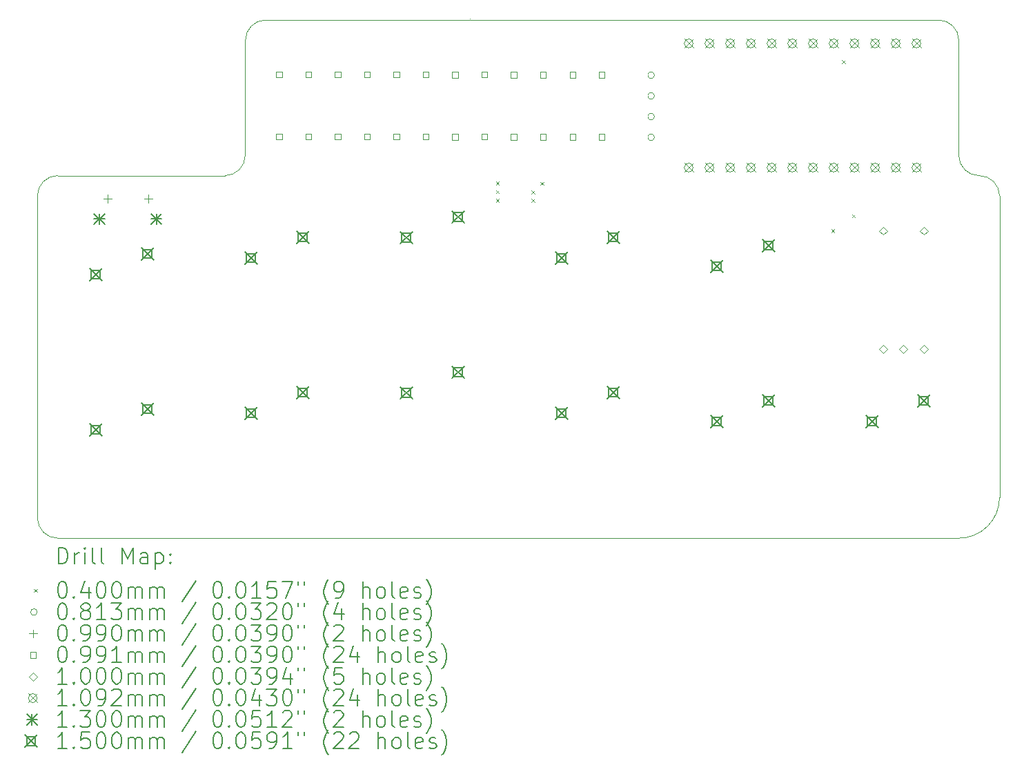
<source format=gbr>
%TF.GenerationSoftware,KiCad,Pcbnew,7.0.8*%
%TF.CreationDate,2023-11-12T23:27:01+00:00*%
%TF.ProjectId,Nixie-12R-pcb,4e697869-652d-4313-9252-2d7063622e6b,rev?*%
%TF.SameCoordinates,Original*%
%TF.FileFunction,Drillmap*%
%TF.FilePolarity,Positive*%
%FSLAX45Y45*%
G04 Gerber Fmt 4.5, Leading zero omitted, Abs format (unit mm)*
G04 Created by KiCad (PCBNEW 7.0.8) date 2023-11-12 23:27:01*
%MOMM*%
%LPD*%
G01*
G04 APERTURE LIST*
%ADD10C,0.050000*%
%ADD11C,0.200000*%
%ADD12C,0.040000*%
%ADD13C,0.081280*%
%ADD14C,0.099000*%
%ADD15C,0.099060*%
%ADD16C,0.100000*%
%ADD17C,0.109220*%
%ADD18C,0.130000*%
%ADD19C,0.150000*%
G04 APERTURE END LIST*
D10*
X26250008Y-13273553D02*
X26250000Y-16975000D01*
X17246053Y-11115000D02*
X25500000Y-11115000D01*
X14693549Y-13024996D02*
X16746447Y-13025000D01*
X25750000Y-17475000D02*
X14695000Y-17474786D01*
X25750004Y-11363553D02*
G75*
G03*
X25500000Y-11115000I-248554J3D01*
G01*
X25750006Y-12776447D02*
G75*
G03*
X26000004Y-13025000I248554J-3D01*
G01*
X26250004Y-13273553D02*
G75*
G03*
X26000004Y-13025000I-248554J3D01*
G01*
X14444990Y-17226233D02*
G75*
G03*
X14695000Y-17474786I248560J3D01*
G01*
X14444996Y-17226233D02*
X14444996Y-13275000D01*
X17246053Y-11114996D02*
G75*
G03*
X16997500Y-11365004I7J-248564D01*
G01*
X14693549Y-13024992D02*
G75*
G03*
X14444996Y-13275000I1J-248558D01*
G01*
X25750004Y-11363553D02*
X25750000Y-12776447D01*
X19752500Y-11097500D02*
X19752500Y-11102500D01*
X25750000Y-17475000D02*
G75*
G03*
X26250000Y-16975000I0J500000D01*
G01*
X16995000Y-12774996D02*
X16995000Y-11365004D01*
X16746447Y-13025004D02*
G75*
G03*
X16995000Y-12774996I3J248554D01*
G01*
D11*
D12*
X20070000Y-13097500D02*
X20110000Y-13137500D01*
X20110000Y-13097500D02*
X20070000Y-13137500D01*
X20070000Y-13202500D02*
X20110000Y-13242500D01*
X20110000Y-13202500D02*
X20070000Y-13242500D01*
X20070000Y-13307500D02*
X20110000Y-13347500D01*
X20110000Y-13307500D02*
X20070000Y-13347500D01*
X20507500Y-13207500D02*
X20547500Y-13247500D01*
X20547500Y-13207500D02*
X20507500Y-13247500D01*
X20507500Y-13307500D02*
X20547500Y-13347500D01*
X20547500Y-13307500D02*
X20507500Y-13347500D01*
X20615000Y-13102500D02*
X20655000Y-13142500D01*
X20655000Y-13102500D02*
X20615000Y-13142500D01*
X24185000Y-13682500D02*
X24225000Y-13722500D01*
X24225000Y-13682500D02*
X24185000Y-13722500D01*
X24315000Y-11607500D02*
X24355000Y-11647500D01*
X24355000Y-11607500D02*
X24315000Y-11647500D01*
X24440000Y-13500000D02*
X24480000Y-13540000D01*
X24480000Y-13500000D02*
X24440000Y-13540000D01*
D13*
X22015640Y-11792500D02*
G75*
G03*
X22015640Y-11792500I-40640J0D01*
G01*
X22015640Y-12046500D02*
G75*
G03*
X22015640Y-12046500I-40640J0D01*
G01*
X22015640Y-12300500D02*
G75*
G03*
X22015640Y-12300500I-40640J0D01*
G01*
X22015640Y-12554500D02*
G75*
G03*
X22015640Y-12554500I-40640J0D01*
G01*
D14*
X15305000Y-13258000D02*
X15305000Y-13357000D01*
X15255500Y-13307500D02*
X15354500Y-13307500D01*
X15805000Y-13258000D02*
X15805000Y-13357000D01*
X15755500Y-13307500D02*
X15854500Y-13307500D01*
D15*
X17445023Y-11819523D02*
X17445023Y-11749477D01*
X17374977Y-11749477D01*
X17374977Y-11819523D01*
X17445023Y-11819523D01*
X17445023Y-12581523D02*
X17445023Y-12511477D01*
X17374977Y-12511477D01*
X17374977Y-12581523D01*
X17445023Y-12581523D01*
X17805023Y-11819523D02*
X17805023Y-11749477D01*
X17734977Y-11749477D01*
X17734977Y-11819523D01*
X17805023Y-11819523D01*
X17805023Y-12581523D02*
X17805023Y-12511477D01*
X17734977Y-12511477D01*
X17734977Y-12581523D01*
X17805023Y-12581523D01*
X18165023Y-11820523D02*
X18165023Y-11750477D01*
X18094977Y-11750477D01*
X18094977Y-11820523D01*
X18165023Y-11820523D01*
X18165023Y-12582523D02*
X18165023Y-12512477D01*
X18094977Y-12512477D01*
X18094977Y-12582523D01*
X18165023Y-12582523D01*
X18525023Y-11821523D02*
X18525023Y-11751477D01*
X18454977Y-11751477D01*
X18454977Y-11821523D01*
X18525023Y-11821523D01*
X18525023Y-12583523D02*
X18525023Y-12513477D01*
X18454977Y-12513477D01*
X18454977Y-12583523D01*
X18525023Y-12583523D01*
X18885023Y-11820523D02*
X18885023Y-11750477D01*
X18814977Y-11750477D01*
X18814977Y-11820523D01*
X18885023Y-11820523D01*
X18885023Y-12582523D02*
X18885023Y-12512477D01*
X18814977Y-12512477D01*
X18814977Y-12582523D01*
X18885023Y-12582523D01*
X19245023Y-11821523D02*
X19245023Y-11751477D01*
X19174977Y-11751477D01*
X19174977Y-11821523D01*
X19245023Y-11821523D01*
X19245023Y-12583523D02*
X19245023Y-12513477D01*
X19174977Y-12513477D01*
X19174977Y-12583523D01*
X19245023Y-12583523D01*
X19605023Y-11822523D02*
X19605023Y-11752477D01*
X19534977Y-11752477D01*
X19534977Y-11822523D01*
X19605023Y-11822523D01*
X19605023Y-12584523D02*
X19605023Y-12514477D01*
X19534977Y-12514477D01*
X19534977Y-12584523D01*
X19605023Y-12584523D01*
X19965023Y-11821523D02*
X19965023Y-11751477D01*
X19894977Y-11751477D01*
X19894977Y-11821523D01*
X19965023Y-11821523D01*
X19965023Y-12583523D02*
X19965023Y-12513477D01*
X19894977Y-12513477D01*
X19894977Y-12583523D01*
X19965023Y-12583523D01*
X20325023Y-11822523D02*
X20325023Y-11752477D01*
X20254977Y-11752477D01*
X20254977Y-11822523D01*
X20325023Y-11822523D01*
X20325023Y-12584523D02*
X20325023Y-12514477D01*
X20254977Y-12514477D01*
X20254977Y-12584523D01*
X20325023Y-12584523D01*
X20685023Y-11823523D02*
X20685023Y-11753477D01*
X20614977Y-11753477D01*
X20614977Y-11823523D01*
X20685023Y-11823523D01*
X20685023Y-12585523D02*
X20685023Y-12515477D01*
X20614977Y-12515477D01*
X20614977Y-12585523D01*
X20685023Y-12585523D01*
X21045023Y-11822523D02*
X21045023Y-11752477D01*
X20974977Y-11752477D01*
X20974977Y-11822523D01*
X21045023Y-11822523D01*
X21045023Y-12584523D02*
X21045023Y-12514477D01*
X20974977Y-12514477D01*
X20974977Y-12584523D01*
X21045023Y-12584523D01*
X21405023Y-11823523D02*
X21405023Y-11753477D01*
X21334977Y-11753477D01*
X21334977Y-11823523D01*
X21405023Y-11823523D01*
X21405023Y-12585523D02*
X21405023Y-12515477D01*
X21334977Y-12515477D01*
X21334977Y-12585523D01*
X21405023Y-12585523D01*
D16*
X24820000Y-13752500D02*
X24870000Y-13702500D01*
X24820000Y-13652500D01*
X24770000Y-13702500D01*
X24820000Y-13752500D01*
X24820000Y-15202500D02*
X24870000Y-15152500D01*
X24820000Y-15102500D01*
X24770000Y-15152500D01*
X24820000Y-15202500D01*
X25070000Y-15202500D02*
X25120000Y-15152500D01*
X25070000Y-15102500D01*
X25020000Y-15152500D01*
X25070000Y-15202500D01*
X25320000Y-13752500D02*
X25370000Y-13702500D01*
X25320000Y-13652500D01*
X25270000Y-13702500D01*
X25320000Y-13752500D01*
X25320000Y-15202500D02*
X25370000Y-15152500D01*
X25320000Y-15102500D01*
X25270000Y-15152500D01*
X25320000Y-15202500D01*
D17*
X22381390Y-11347890D02*
X22490610Y-11457110D01*
X22490610Y-11347890D02*
X22381390Y-11457110D01*
X22490610Y-11402500D02*
G75*
G03*
X22490610Y-11402500I-54610J0D01*
G01*
X22381390Y-12871890D02*
X22490610Y-12981110D01*
X22490610Y-12871890D02*
X22381390Y-12981110D01*
X22490610Y-12926500D02*
G75*
G03*
X22490610Y-12926500I-54610J0D01*
G01*
X22635390Y-11347890D02*
X22744610Y-11457110D01*
X22744610Y-11347890D02*
X22635390Y-11457110D01*
X22744610Y-11402500D02*
G75*
G03*
X22744610Y-11402500I-54610J0D01*
G01*
X22635390Y-12871890D02*
X22744610Y-12981110D01*
X22744610Y-12871890D02*
X22635390Y-12981110D01*
X22744610Y-12926500D02*
G75*
G03*
X22744610Y-12926500I-54610J0D01*
G01*
X22889390Y-11347890D02*
X22998610Y-11457110D01*
X22998610Y-11347890D02*
X22889390Y-11457110D01*
X22998610Y-11402500D02*
G75*
G03*
X22998610Y-11402500I-54610J0D01*
G01*
X22889390Y-12871890D02*
X22998610Y-12981110D01*
X22998610Y-12871890D02*
X22889390Y-12981110D01*
X22998610Y-12926500D02*
G75*
G03*
X22998610Y-12926500I-54610J0D01*
G01*
X23143390Y-11347890D02*
X23252610Y-11457110D01*
X23252610Y-11347890D02*
X23143390Y-11457110D01*
X23252610Y-11402500D02*
G75*
G03*
X23252610Y-11402500I-54610J0D01*
G01*
X23143390Y-12871890D02*
X23252610Y-12981110D01*
X23252610Y-12871890D02*
X23143390Y-12981110D01*
X23252610Y-12926500D02*
G75*
G03*
X23252610Y-12926500I-54610J0D01*
G01*
X23397390Y-11347890D02*
X23506610Y-11457110D01*
X23506610Y-11347890D02*
X23397390Y-11457110D01*
X23506610Y-11402500D02*
G75*
G03*
X23506610Y-11402500I-54610J0D01*
G01*
X23397390Y-12871890D02*
X23506610Y-12981110D01*
X23506610Y-12871890D02*
X23397390Y-12981110D01*
X23506610Y-12926500D02*
G75*
G03*
X23506610Y-12926500I-54610J0D01*
G01*
X23651390Y-11347890D02*
X23760610Y-11457110D01*
X23760610Y-11347890D02*
X23651390Y-11457110D01*
X23760610Y-11402500D02*
G75*
G03*
X23760610Y-11402500I-54610J0D01*
G01*
X23651390Y-12871890D02*
X23760610Y-12981110D01*
X23760610Y-12871890D02*
X23651390Y-12981110D01*
X23760610Y-12926500D02*
G75*
G03*
X23760610Y-12926500I-54610J0D01*
G01*
X23905390Y-11347890D02*
X24014610Y-11457110D01*
X24014610Y-11347890D02*
X23905390Y-11457110D01*
X24014610Y-11402500D02*
G75*
G03*
X24014610Y-11402500I-54610J0D01*
G01*
X23905390Y-12871890D02*
X24014610Y-12981110D01*
X24014610Y-12871890D02*
X23905390Y-12981110D01*
X24014610Y-12926500D02*
G75*
G03*
X24014610Y-12926500I-54610J0D01*
G01*
X24159390Y-11347890D02*
X24268610Y-11457110D01*
X24268610Y-11347890D02*
X24159390Y-11457110D01*
X24268610Y-11402500D02*
G75*
G03*
X24268610Y-11402500I-54610J0D01*
G01*
X24159390Y-12871890D02*
X24268610Y-12981110D01*
X24268610Y-12871890D02*
X24159390Y-12981110D01*
X24268610Y-12926500D02*
G75*
G03*
X24268610Y-12926500I-54610J0D01*
G01*
X24413390Y-11347890D02*
X24522610Y-11457110D01*
X24522610Y-11347890D02*
X24413390Y-11457110D01*
X24522610Y-11402500D02*
G75*
G03*
X24522610Y-11402500I-54610J0D01*
G01*
X24413390Y-12871890D02*
X24522610Y-12981110D01*
X24522610Y-12871890D02*
X24413390Y-12981110D01*
X24522610Y-12926500D02*
G75*
G03*
X24522610Y-12926500I-54610J0D01*
G01*
X24667390Y-11347890D02*
X24776610Y-11457110D01*
X24776610Y-11347890D02*
X24667390Y-11457110D01*
X24776610Y-11402500D02*
G75*
G03*
X24776610Y-11402500I-54610J0D01*
G01*
X24667390Y-12871890D02*
X24776610Y-12981110D01*
X24776610Y-12871890D02*
X24667390Y-12981110D01*
X24776610Y-12926500D02*
G75*
G03*
X24776610Y-12926500I-54610J0D01*
G01*
X24921390Y-11347890D02*
X25030610Y-11457110D01*
X25030610Y-11347890D02*
X24921390Y-11457110D01*
X25030610Y-11402500D02*
G75*
G03*
X25030610Y-11402500I-54610J0D01*
G01*
X24921390Y-12871890D02*
X25030610Y-12981110D01*
X25030610Y-12871890D02*
X24921390Y-12981110D01*
X25030610Y-12926500D02*
G75*
G03*
X25030610Y-12926500I-54610J0D01*
G01*
X25175390Y-11347890D02*
X25284610Y-11457110D01*
X25284610Y-11347890D02*
X25175390Y-11457110D01*
X25284610Y-11402500D02*
G75*
G03*
X25284610Y-11402500I-54610J0D01*
G01*
X25175390Y-12871890D02*
X25284610Y-12981110D01*
X25284610Y-12871890D02*
X25175390Y-12981110D01*
X25284610Y-12926500D02*
G75*
G03*
X25284610Y-12926500I-54610J0D01*
G01*
D18*
X15140000Y-13491500D02*
X15270000Y-13621500D01*
X15270000Y-13491500D02*
X15140000Y-13621500D01*
X15205000Y-13491500D02*
X15205000Y-13621500D01*
X15140000Y-13556500D02*
X15270000Y-13556500D01*
X15841000Y-13491500D02*
X15971000Y-13621500D01*
X15971000Y-13491500D02*
X15841000Y-13621500D01*
X15906000Y-13491500D02*
X15906000Y-13621500D01*
X15841000Y-13556500D02*
X15971000Y-13556500D01*
D19*
X15085000Y-14163500D02*
X15235000Y-14313500D01*
X15235000Y-14163500D02*
X15085000Y-14313500D01*
X15213033Y-14291533D02*
X15213033Y-14185466D01*
X15106966Y-14185466D01*
X15106966Y-14291533D01*
X15213033Y-14291533D01*
X15085000Y-16068500D02*
X15235000Y-16218500D01*
X15235000Y-16068500D02*
X15085000Y-16218500D01*
X15213033Y-16196533D02*
X15213033Y-16090466D01*
X15106966Y-16090466D01*
X15106966Y-16196533D01*
X15213033Y-16196533D01*
X15720000Y-13909500D02*
X15870000Y-14059500D01*
X15870000Y-13909500D02*
X15720000Y-14059500D01*
X15848033Y-14037533D02*
X15848033Y-13931466D01*
X15741966Y-13931466D01*
X15741966Y-14037533D01*
X15848033Y-14037533D01*
X15720000Y-15814500D02*
X15870000Y-15964500D01*
X15870000Y-15814500D02*
X15720000Y-15964500D01*
X15848033Y-15942533D02*
X15848033Y-15836466D01*
X15741966Y-15836466D01*
X15741966Y-15942533D01*
X15848033Y-15942533D01*
X16990000Y-13961500D02*
X17140000Y-14111500D01*
X17140000Y-13961500D02*
X16990000Y-14111500D01*
X17118034Y-14089533D02*
X17118034Y-13983466D01*
X17011967Y-13983466D01*
X17011967Y-14089533D01*
X17118034Y-14089533D01*
X16990000Y-15866500D02*
X17140000Y-16016500D01*
X17140000Y-15866500D02*
X16990000Y-16016500D01*
X17118034Y-15994533D02*
X17118034Y-15888466D01*
X17011967Y-15888466D01*
X17011967Y-15994533D01*
X17118034Y-15994533D01*
X17625000Y-13707500D02*
X17775000Y-13857500D01*
X17775000Y-13707500D02*
X17625000Y-13857500D01*
X17753034Y-13835533D02*
X17753034Y-13729466D01*
X17646967Y-13729466D01*
X17646967Y-13835533D01*
X17753034Y-13835533D01*
X17625000Y-15612500D02*
X17775000Y-15762500D01*
X17775000Y-15612500D02*
X17625000Y-15762500D01*
X17753034Y-15740533D02*
X17753034Y-15634466D01*
X17646967Y-15634466D01*
X17646967Y-15740533D01*
X17753034Y-15740533D01*
X18895000Y-13712500D02*
X19045000Y-13862500D01*
X19045000Y-13712500D02*
X18895000Y-13862500D01*
X19023034Y-13840533D02*
X19023034Y-13734466D01*
X18916967Y-13734466D01*
X18916967Y-13840533D01*
X19023034Y-13840533D01*
X18895000Y-15617500D02*
X19045000Y-15767500D01*
X19045000Y-15617500D02*
X18895000Y-15767500D01*
X19023034Y-15745533D02*
X19023034Y-15639466D01*
X18916967Y-15639466D01*
X18916967Y-15745533D01*
X19023034Y-15745533D01*
X19530000Y-13458500D02*
X19680000Y-13608500D01*
X19680000Y-13458500D02*
X19530000Y-13608500D01*
X19658034Y-13586533D02*
X19658034Y-13480466D01*
X19551967Y-13480466D01*
X19551967Y-13586533D01*
X19658034Y-13586533D01*
X19530000Y-15363500D02*
X19680000Y-15513500D01*
X19680000Y-15363500D02*
X19530000Y-15513500D01*
X19658034Y-15491533D02*
X19658034Y-15385466D01*
X19551967Y-15385466D01*
X19551967Y-15491533D01*
X19658034Y-15491533D01*
X20800000Y-13962500D02*
X20950000Y-14112500D01*
X20950000Y-13962500D02*
X20800000Y-14112500D01*
X20928034Y-14090533D02*
X20928034Y-13984466D01*
X20821967Y-13984466D01*
X20821967Y-14090533D01*
X20928034Y-14090533D01*
X20800000Y-15867500D02*
X20950000Y-16017500D01*
X20950000Y-15867500D02*
X20800000Y-16017500D01*
X20928034Y-15995533D02*
X20928034Y-15889466D01*
X20821967Y-15889466D01*
X20821967Y-15995533D01*
X20928034Y-15995533D01*
X21435000Y-13708500D02*
X21585000Y-13858500D01*
X21585000Y-13708500D02*
X21435000Y-13858500D01*
X21563034Y-13836533D02*
X21563034Y-13730466D01*
X21456967Y-13730466D01*
X21456967Y-13836533D01*
X21563034Y-13836533D01*
X21435000Y-15613500D02*
X21585000Y-15763500D01*
X21585000Y-15613500D02*
X21435000Y-15763500D01*
X21563034Y-15741533D02*
X21563034Y-15635466D01*
X21456967Y-15635466D01*
X21456967Y-15741533D01*
X21563034Y-15741533D01*
X22705000Y-14062500D02*
X22855000Y-14212500D01*
X22855000Y-14062500D02*
X22705000Y-14212500D01*
X22833033Y-14190533D02*
X22833033Y-14084466D01*
X22726966Y-14084466D01*
X22726966Y-14190533D01*
X22833033Y-14190533D01*
X22705000Y-15967500D02*
X22855000Y-16117500D01*
X22855000Y-15967500D02*
X22705000Y-16117500D01*
X22833033Y-16095533D02*
X22833033Y-15989466D01*
X22726966Y-15989466D01*
X22726966Y-16095533D01*
X22833033Y-16095533D01*
X23340000Y-13808500D02*
X23490000Y-13958500D01*
X23490000Y-13808500D02*
X23340000Y-13958500D01*
X23468033Y-13936533D02*
X23468033Y-13830466D01*
X23361966Y-13830466D01*
X23361966Y-13936533D01*
X23468033Y-13936533D01*
X23340000Y-15713500D02*
X23490000Y-15863500D01*
X23490000Y-15713500D02*
X23340000Y-15863500D01*
X23468033Y-15841533D02*
X23468033Y-15735466D01*
X23361966Y-15735466D01*
X23361966Y-15841533D01*
X23468033Y-15841533D01*
X24610000Y-15966500D02*
X24760000Y-16116500D01*
X24760000Y-15966500D02*
X24610000Y-16116500D01*
X24738033Y-16094533D02*
X24738033Y-15988466D01*
X24631966Y-15988466D01*
X24631966Y-16094533D01*
X24738033Y-16094533D01*
X25245000Y-15712500D02*
X25395000Y-15862500D01*
X25395000Y-15712500D02*
X25245000Y-15862500D01*
X25373033Y-15840533D02*
X25373033Y-15734466D01*
X25266966Y-15734466D01*
X25266966Y-15840533D01*
X25373033Y-15840533D01*
D11*
X14703268Y-17788984D02*
X14703268Y-17588984D01*
X14703268Y-17588984D02*
X14750887Y-17588984D01*
X14750887Y-17588984D02*
X14779459Y-17598508D01*
X14779459Y-17598508D02*
X14798507Y-17617555D01*
X14798507Y-17617555D02*
X14808030Y-17636603D01*
X14808030Y-17636603D02*
X14817554Y-17674698D01*
X14817554Y-17674698D02*
X14817554Y-17703270D01*
X14817554Y-17703270D02*
X14808030Y-17741365D01*
X14808030Y-17741365D02*
X14798507Y-17760412D01*
X14798507Y-17760412D02*
X14779459Y-17779460D01*
X14779459Y-17779460D02*
X14750887Y-17788984D01*
X14750887Y-17788984D02*
X14703268Y-17788984D01*
X14903268Y-17788984D02*
X14903268Y-17655650D01*
X14903268Y-17693746D02*
X14912792Y-17674698D01*
X14912792Y-17674698D02*
X14922316Y-17665174D01*
X14922316Y-17665174D02*
X14941364Y-17655650D01*
X14941364Y-17655650D02*
X14960411Y-17655650D01*
X15027078Y-17788984D02*
X15027078Y-17655650D01*
X15027078Y-17588984D02*
X15017554Y-17598508D01*
X15017554Y-17598508D02*
X15027078Y-17608031D01*
X15027078Y-17608031D02*
X15036602Y-17598508D01*
X15036602Y-17598508D02*
X15027078Y-17588984D01*
X15027078Y-17588984D02*
X15027078Y-17608031D01*
X15150887Y-17788984D02*
X15131840Y-17779460D01*
X15131840Y-17779460D02*
X15122316Y-17760412D01*
X15122316Y-17760412D02*
X15122316Y-17588984D01*
X15255649Y-17788984D02*
X15236602Y-17779460D01*
X15236602Y-17779460D02*
X15227078Y-17760412D01*
X15227078Y-17760412D02*
X15227078Y-17588984D01*
X15484221Y-17788984D02*
X15484221Y-17588984D01*
X15484221Y-17588984D02*
X15550888Y-17731841D01*
X15550888Y-17731841D02*
X15617554Y-17588984D01*
X15617554Y-17588984D02*
X15617554Y-17788984D01*
X15798507Y-17788984D02*
X15798507Y-17684222D01*
X15798507Y-17684222D02*
X15788983Y-17665174D01*
X15788983Y-17665174D02*
X15769935Y-17655650D01*
X15769935Y-17655650D02*
X15731840Y-17655650D01*
X15731840Y-17655650D02*
X15712792Y-17665174D01*
X15798507Y-17779460D02*
X15779459Y-17788984D01*
X15779459Y-17788984D02*
X15731840Y-17788984D01*
X15731840Y-17788984D02*
X15712792Y-17779460D01*
X15712792Y-17779460D02*
X15703268Y-17760412D01*
X15703268Y-17760412D02*
X15703268Y-17741365D01*
X15703268Y-17741365D02*
X15712792Y-17722317D01*
X15712792Y-17722317D02*
X15731840Y-17712793D01*
X15731840Y-17712793D02*
X15779459Y-17712793D01*
X15779459Y-17712793D02*
X15798507Y-17703270D01*
X15893745Y-17655650D02*
X15893745Y-17855650D01*
X15893745Y-17665174D02*
X15912792Y-17655650D01*
X15912792Y-17655650D02*
X15950888Y-17655650D01*
X15950888Y-17655650D02*
X15969935Y-17665174D01*
X15969935Y-17665174D02*
X15979459Y-17674698D01*
X15979459Y-17674698D02*
X15988983Y-17693746D01*
X15988983Y-17693746D02*
X15988983Y-17750889D01*
X15988983Y-17750889D02*
X15979459Y-17769936D01*
X15979459Y-17769936D02*
X15969935Y-17779460D01*
X15969935Y-17779460D02*
X15950888Y-17788984D01*
X15950888Y-17788984D02*
X15912792Y-17788984D01*
X15912792Y-17788984D02*
X15893745Y-17779460D01*
X16074697Y-17769936D02*
X16084221Y-17779460D01*
X16084221Y-17779460D02*
X16074697Y-17788984D01*
X16074697Y-17788984D02*
X16065173Y-17779460D01*
X16065173Y-17779460D02*
X16074697Y-17769936D01*
X16074697Y-17769936D02*
X16074697Y-17788984D01*
X16074697Y-17665174D02*
X16084221Y-17674698D01*
X16084221Y-17674698D02*
X16074697Y-17684222D01*
X16074697Y-17684222D02*
X16065173Y-17674698D01*
X16065173Y-17674698D02*
X16074697Y-17665174D01*
X16074697Y-17665174D02*
X16074697Y-17684222D01*
D12*
X14402492Y-18097500D02*
X14442492Y-18137500D01*
X14442492Y-18097500D02*
X14402492Y-18137500D01*
D11*
X14741364Y-18008984D02*
X14760411Y-18008984D01*
X14760411Y-18008984D02*
X14779459Y-18018508D01*
X14779459Y-18018508D02*
X14788983Y-18028031D01*
X14788983Y-18028031D02*
X14798507Y-18047079D01*
X14798507Y-18047079D02*
X14808030Y-18085174D01*
X14808030Y-18085174D02*
X14808030Y-18132793D01*
X14808030Y-18132793D02*
X14798507Y-18170889D01*
X14798507Y-18170889D02*
X14788983Y-18189936D01*
X14788983Y-18189936D02*
X14779459Y-18199460D01*
X14779459Y-18199460D02*
X14760411Y-18208984D01*
X14760411Y-18208984D02*
X14741364Y-18208984D01*
X14741364Y-18208984D02*
X14722316Y-18199460D01*
X14722316Y-18199460D02*
X14712792Y-18189936D01*
X14712792Y-18189936D02*
X14703268Y-18170889D01*
X14703268Y-18170889D02*
X14693745Y-18132793D01*
X14693745Y-18132793D02*
X14693745Y-18085174D01*
X14693745Y-18085174D02*
X14703268Y-18047079D01*
X14703268Y-18047079D02*
X14712792Y-18028031D01*
X14712792Y-18028031D02*
X14722316Y-18018508D01*
X14722316Y-18018508D02*
X14741364Y-18008984D01*
X14893745Y-18189936D02*
X14903268Y-18199460D01*
X14903268Y-18199460D02*
X14893745Y-18208984D01*
X14893745Y-18208984D02*
X14884221Y-18199460D01*
X14884221Y-18199460D02*
X14893745Y-18189936D01*
X14893745Y-18189936D02*
X14893745Y-18208984D01*
X15074697Y-18075650D02*
X15074697Y-18208984D01*
X15027078Y-17999460D02*
X14979459Y-18142317D01*
X14979459Y-18142317D02*
X15103268Y-18142317D01*
X15217554Y-18008984D02*
X15236602Y-18008984D01*
X15236602Y-18008984D02*
X15255649Y-18018508D01*
X15255649Y-18018508D02*
X15265173Y-18028031D01*
X15265173Y-18028031D02*
X15274697Y-18047079D01*
X15274697Y-18047079D02*
X15284221Y-18085174D01*
X15284221Y-18085174D02*
X15284221Y-18132793D01*
X15284221Y-18132793D02*
X15274697Y-18170889D01*
X15274697Y-18170889D02*
X15265173Y-18189936D01*
X15265173Y-18189936D02*
X15255649Y-18199460D01*
X15255649Y-18199460D02*
X15236602Y-18208984D01*
X15236602Y-18208984D02*
X15217554Y-18208984D01*
X15217554Y-18208984D02*
X15198507Y-18199460D01*
X15198507Y-18199460D02*
X15188983Y-18189936D01*
X15188983Y-18189936D02*
X15179459Y-18170889D01*
X15179459Y-18170889D02*
X15169935Y-18132793D01*
X15169935Y-18132793D02*
X15169935Y-18085174D01*
X15169935Y-18085174D02*
X15179459Y-18047079D01*
X15179459Y-18047079D02*
X15188983Y-18028031D01*
X15188983Y-18028031D02*
X15198507Y-18018508D01*
X15198507Y-18018508D02*
X15217554Y-18008984D01*
X15408030Y-18008984D02*
X15427078Y-18008984D01*
X15427078Y-18008984D02*
X15446126Y-18018508D01*
X15446126Y-18018508D02*
X15455649Y-18028031D01*
X15455649Y-18028031D02*
X15465173Y-18047079D01*
X15465173Y-18047079D02*
X15474697Y-18085174D01*
X15474697Y-18085174D02*
X15474697Y-18132793D01*
X15474697Y-18132793D02*
X15465173Y-18170889D01*
X15465173Y-18170889D02*
X15455649Y-18189936D01*
X15455649Y-18189936D02*
X15446126Y-18199460D01*
X15446126Y-18199460D02*
X15427078Y-18208984D01*
X15427078Y-18208984D02*
X15408030Y-18208984D01*
X15408030Y-18208984D02*
X15388983Y-18199460D01*
X15388983Y-18199460D02*
X15379459Y-18189936D01*
X15379459Y-18189936D02*
X15369935Y-18170889D01*
X15369935Y-18170889D02*
X15360411Y-18132793D01*
X15360411Y-18132793D02*
X15360411Y-18085174D01*
X15360411Y-18085174D02*
X15369935Y-18047079D01*
X15369935Y-18047079D02*
X15379459Y-18028031D01*
X15379459Y-18028031D02*
X15388983Y-18018508D01*
X15388983Y-18018508D02*
X15408030Y-18008984D01*
X15560411Y-18208984D02*
X15560411Y-18075650D01*
X15560411Y-18094698D02*
X15569935Y-18085174D01*
X15569935Y-18085174D02*
X15588983Y-18075650D01*
X15588983Y-18075650D02*
X15617554Y-18075650D01*
X15617554Y-18075650D02*
X15636602Y-18085174D01*
X15636602Y-18085174D02*
X15646126Y-18104222D01*
X15646126Y-18104222D02*
X15646126Y-18208984D01*
X15646126Y-18104222D02*
X15655649Y-18085174D01*
X15655649Y-18085174D02*
X15674697Y-18075650D01*
X15674697Y-18075650D02*
X15703268Y-18075650D01*
X15703268Y-18075650D02*
X15722316Y-18085174D01*
X15722316Y-18085174D02*
X15731840Y-18104222D01*
X15731840Y-18104222D02*
X15731840Y-18208984D01*
X15827078Y-18208984D02*
X15827078Y-18075650D01*
X15827078Y-18094698D02*
X15836602Y-18085174D01*
X15836602Y-18085174D02*
X15855649Y-18075650D01*
X15855649Y-18075650D02*
X15884221Y-18075650D01*
X15884221Y-18075650D02*
X15903269Y-18085174D01*
X15903269Y-18085174D02*
X15912792Y-18104222D01*
X15912792Y-18104222D02*
X15912792Y-18208984D01*
X15912792Y-18104222D02*
X15922316Y-18085174D01*
X15922316Y-18085174D02*
X15941364Y-18075650D01*
X15941364Y-18075650D02*
X15969935Y-18075650D01*
X15969935Y-18075650D02*
X15988983Y-18085174D01*
X15988983Y-18085174D02*
X15998507Y-18104222D01*
X15998507Y-18104222D02*
X15998507Y-18208984D01*
X16388983Y-17999460D02*
X16217554Y-18256603D01*
X16646126Y-18008984D02*
X16665173Y-18008984D01*
X16665173Y-18008984D02*
X16684221Y-18018508D01*
X16684221Y-18018508D02*
X16693745Y-18028031D01*
X16693745Y-18028031D02*
X16703269Y-18047079D01*
X16703269Y-18047079D02*
X16712792Y-18085174D01*
X16712792Y-18085174D02*
X16712792Y-18132793D01*
X16712792Y-18132793D02*
X16703269Y-18170889D01*
X16703269Y-18170889D02*
X16693745Y-18189936D01*
X16693745Y-18189936D02*
X16684221Y-18199460D01*
X16684221Y-18199460D02*
X16665173Y-18208984D01*
X16665173Y-18208984D02*
X16646126Y-18208984D01*
X16646126Y-18208984D02*
X16627078Y-18199460D01*
X16627078Y-18199460D02*
X16617554Y-18189936D01*
X16617554Y-18189936D02*
X16608031Y-18170889D01*
X16608031Y-18170889D02*
X16598507Y-18132793D01*
X16598507Y-18132793D02*
X16598507Y-18085174D01*
X16598507Y-18085174D02*
X16608031Y-18047079D01*
X16608031Y-18047079D02*
X16617554Y-18028031D01*
X16617554Y-18028031D02*
X16627078Y-18018508D01*
X16627078Y-18018508D02*
X16646126Y-18008984D01*
X16798507Y-18189936D02*
X16808031Y-18199460D01*
X16808031Y-18199460D02*
X16798507Y-18208984D01*
X16798507Y-18208984D02*
X16788983Y-18199460D01*
X16788983Y-18199460D02*
X16798507Y-18189936D01*
X16798507Y-18189936D02*
X16798507Y-18208984D01*
X16931840Y-18008984D02*
X16950888Y-18008984D01*
X16950888Y-18008984D02*
X16969935Y-18018508D01*
X16969935Y-18018508D02*
X16979459Y-18028031D01*
X16979459Y-18028031D02*
X16988983Y-18047079D01*
X16988983Y-18047079D02*
X16998507Y-18085174D01*
X16998507Y-18085174D02*
X16998507Y-18132793D01*
X16998507Y-18132793D02*
X16988983Y-18170889D01*
X16988983Y-18170889D02*
X16979459Y-18189936D01*
X16979459Y-18189936D02*
X16969935Y-18199460D01*
X16969935Y-18199460D02*
X16950888Y-18208984D01*
X16950888Y-18208984D02*
X16931840Y-18208984D01*
X16931840Y-18208984D02*
X16912793Y-18199460D01*
X16912793Y-18199460D02*
X16903269Y-18189936D01*
X16903269Y-18189936D02*
X16893745Y-18170889D01*
X16893745Y-18170889D02*
X16884221Y-18132793D01*
X16884221Y-18132793D02*
X16884221Y-18085174D01*
X16884221Y-18085174D02*
X16893745Y-18047079D01*
X16893745Y-18047079D02*
X16903269Y-18028031D01*
X16903269Y-18028031D02*
X16912793Y-18018508D01*
X16912793Y-18018508D02*
X16931840Y-18008984D01*
X17188983Y-18208984D02*
X17074697Y-18208984D01*
X17131840Y-18208984D02*
X17131840Y-18008984D01*
X17131840Y-18008984D02*
X17112793Y-18037555D01*
X17112793Y-18037555D02*
X17093745Y-18056603D01*
X17093745Y-18056603D02*
X17074697Y-18066127D01*
X17369935Y-18008984D02*
X17274697Y-18008984D01*
X17274697Y-18008984D02*
X17265174Y-18104222D01*
X17265174Y-18104222D02*
X17274697Y-18094698D01*
X17274697Y-18094698D02*
X17293745Y-18085174D01*
X17293745Y-18085174D02*
X17341364Y-18085174D01*
X17341364Y-18085174D02*
X17360412Y-18094698D01*
X17360412Y-18094698D02*
X17369935Y-18104222D01*
X17369935Y-18104222D02*
X17379459Y-18123270D01*
X17379459Y-18123270D02*
X17379459Y-18170889D01*
X17379459Y-18170889D02*
X17369935Y-18189936D01*
X17369935Y-18189936D02*
X17360412Y-18199460D01*
X17360412Y-18199460D02*
X17341364Y-18208984D01*
X17341364Y-18208984D02*
X17293745Y-18208984D01*
X17293745Y-18208984D02*
X17274697Y-18199460D01*
X17274697Y-18199460D02*
X17265174Y-18189936D01*
X17446126Y-18008984D02*
X17579459Y-18008984D01*
X17579459Y-18008984D02*
X17493745Y-18208984D01*
X17646126Y-18008984D02*
X17646126Y-18047079D01*
X17722316Y-18008984D02*
X17722316Y-18047079D01*
X18017555Y-18285174D02*
X18008031Y-18275650D01*
X18008031Y-18275650D02*
X17988983Y-18247079D01*
X17988983Y-18247079D02*
X17979459Y-18228031D01*
X17979459Y-18228031D02*
X17969936Y-18199460D01*
X17969936Y-18199460D02*
X17960412Y-18151841D01*
X17960412Y-18151841D02*
X17960412Y-18113746D01*
X17960412Y-18113746D02*
X17969936Y-18066127D01*
X17969936Y-18066127D02*
X17979459Y-18037555D01*
X17979459Y-18037555D02*
X17988983Y-18018508D01*
X17988983Y-18018508D02*
X18008031Y-17989936D01*
X18008031Y-17989936D02*
X18017555Y-17980412D01*
X18103269Y-18208984D02*
X18141364Y-18208984D01*
X18141364Y-18208984D02*
X18160412Y-18199460D01*
X18160412Y-18199460D02*
X18169936Y-18189936D01*
X18169936Y-18189936D02*
X18188983Y-18161365D01*
X18188983Y-18161365D02*
X18198507Y-18123270D01*
X18198507Y-18123270D02*
X18198507Y-18047079D01*
X18198507Y-18047079D02*
X18188983Y-18028031D01*
X18188983Y-18028031D02*
X18179459Y-18018508D01*
X18179459Y-18018508D02*
X18160412Y-18008984D01*
X18160412Y-18008984D02*
X18122316Y-18008984D01*
X18122316Y-18008984D02*
X18103269Y-18018508D01*
X18103269Y-18018508D02*
X18093745Y-18028031D01*
X18093745Y-18028031D02*
X18084221Y-18047079D01*
X18084221Y-18047079D02*
X18084221Y-18094698D01*
X18084221Y-18094698D02*
X18093745Y-18113746D01*
X18093745Y-18113746D02*
X18103269Y-18123270D01*
X18103269Y-18123270D02*
X18122316Y-18132793D01*
X18122316Y-18132793D02*
X18160412Y-18132793D01*
X18160412Y-18132793D02*
X18179459Y-18123270D01*
X18179459Y-18123270D02*
X18188983Y-18113746D01*
X18188983Y-18113746D02*
X18198507Y-18094698D01*
X18436602Y-18208984D02*
X18436602Y-18008984D01*
X18522317Y-18208984D02*
X18522317Y-18104222D01*
X18522317Y-18104222D02*
X18512793Y-18085174D01*
X18512793Y-18085174D02*
X18493745Y-18075650D01*
X18493745Y-18075650D02*
X18465174Y-18075650D01*
X18465174Y-18075650D02*
X18446126Y-18085174D01*
X18446126Y-18085174D02*
X18436602Y-18094698D01*
X18646126Y-18208984D02*
X18627078Y-18199460D01*
X18627078Y-18199460D02*
X18617555Y-18189936D01*
X18617555Y-18189936D02*
X18608031Y-18170889D01*
X18608031Y-18170889D02*
X18608031Y-18113746D01*
X18608031Y-18113746D02*
X18617555Y-18094698D01*
X18617555Y-18094698D02*
X18627078Y-18085174D01*
X18627078Y-18085174D02*
X18646126Y-18075650D01*
X18646126Y-18075650D02*
X18674698Y-18075650D01*
X18674698Y-18075650D02*
X18693745Y-18085174D01*
X18693745Y-18085174D02*
X18703269Y-18094698D01*
X18703269Y-18094698D02*
X18712793Y-18113746D01*
X18712793Y-18113746D02*
X18712793Y-18170889D01*
X18712793Y-18170889D02*
X18703269Y-18189936D01*
X18703269Y-18189936D02*
X18693745Y-18199460D01*
X18693745Y-18199460D02*
X18674698Y-18208984D01*
X18674698Y-18208984D02*
X18646126Y-18208984D01*
X18827078Y-18208984D02*
X18808031Y-18199460D01*
X18808031Y-18199460D02*
X18798507Y-18180412D01*
X18798507Y-18180412D02*
X18798507Y-18008984D01*
X18979459Y-18199460D02*
X18960412Y-18208984D01*
X18960412Y-18208984D02*
X18922317Y-18208984D01*
X18922317Y-18208984D02*
X18903269Y-18199460D01*
X18903269Y-18199460D02*
X18893745Y-18180412D01*
X18893745Y-18180412D02*
X18893745Y-18104222D01*
X18893745Y-18104222D02*
X18903269Y-18085174D01*
X18903269Y-18085174D02*
X18922317Y-18075650D01*
X18922317Y-18075650D02*
X18960412Y-18075650D01*
X18960412Y-18075650D02*
X18979459Y-18085174D01*
X18979459Y-18085174D02*
X18988983Y-18104222D01*
X18988983Y-18104222D02*
X18988983Y-18123270D01*
X18988983Y-18123270D02*
X18893745Y-18142317D01*
X19065174Y-18199460D02*
X19084221Y-18208984D01*
X19084221Y-18208984D02*
X19122317Y-18208984D01*
X19122317Y-18208984D02*
X19141364Y-18199460D01*
X19141364Y-18199460D02*
X19150888Y-18180412D01*
X19150888Y-18180412D02*
X19150888Y-18170889D01*
X19150888Y-18170889D02*
X19141364Y-18151841D01*
X19141364Y-18151841D02*
X19122317Y-18142317D01*
X19122317Y-18142317D02*
X19093745Y-18142317D01*
X19093745Y-18142317D02*
X19074698Y-18132793D01*
X19074698Y-18132793D02*
X19065174Y-18113746D01*
X19065174Y-18113746D02*
X19065174Y-18104222D01*
X19065174Y-18104222D02*
X19074698Y-18085174D01*
X19074698Y-18085174D02*
X19093745Y-18075650D01*
X19093745Y-18075650D02*
X19122317Y-18075650D01*
X19122317Y-18075650D02*
X19141364Y-18085174D01*
X19217555Y-18285174D02*
X19227079Y-18275650D01*
X19227079Y-18275650D02*
X19246126Y-18247079D01*
X19246126Y-18247079D02*
X19255650Y-18228031D01*
X19255650Y-18228031D02*
X19265174Y-18199460D01*
X19265174Y-18199460D02*
X19274698Y-18151841D01*
X19274698Y-18151841D02*
X19274698Y-18113746D01*
X19274698Y-18113746D02*
X19265174Y-18066127D01*
X19265174Y-18066127D02*
X19255650Y-18037555D01*
X19255650Y-18037555D02*
X19246126Y-18018508D01*
X19246126Y-18018508D02*
X19227079Y-17989936D01*
X19227079Y-17989936D02*
X19217555Y-17980412D01*
D13*
X14442492Y-18381500D02*
G75*
G03*
X14442492Y-18381500I-40640J0D01*
G01*
D11*
X14741364Y-18272984D02*
X14760411Y-18272984D01*
X14760411Y-18272984D02*
X14779459Y-18282508D01*
X14779459Y-18282508D02*
X14788983Y-18292031D01*
X14788983Y-18292031D02*
X14798507Y-18311079D01*
X14798507Y-18311079D02*
X14808030Y-18349174D01*
X14808030Y-18349174D02*
X14808030Y-18396793D01*
X14808030Y-18396793D02*
X14798507Y-18434889D01*
X14798507Y-18434889D02*
X14788983Y-18453936D01*
X14788983Y-18453936D02*
X14779459Y-18463460D01*
X14779459Y-18463460D02*
X14760411Y-18472984D01*
X14760411Y-18472984D02*
X14741364Y-18472984D01*
X14741364Y-18472984D02*
X14722316Y-18463460D01*
X14722316Y-18463460D02*
X14712792Y-18453936D01*
X14712792Y-18453936D02*
X14703268Y-18434889D01*
X14703268Y-18434889D02*
X14693745Y-18396793D01*
X14693745Y-18396793D02*
X14693745Y-18349174D01*
X14693745Y-18349174D02*
X14703268Y-18311079D01*
X14703268Y-18311079D02*
X14712792Y-18292031D01*
X14712792Y-18292031D02*
X14722316Y-18282508D01*
X14722316Y-18282508D02*
X14741364Y-18272984D01*
X14893745Y-18453936D02*
X14903268Y-18463460D01*
X14903268Y-18463460D02*
X14893745Y-18472984D01*
X14893745Y-18472984D02*
X14884221Y-18463460D01*
X14884221Y-18463460D02*
X14893745Y-18453936D01*
X14893745Y-18453936D02*
X14893745Y-18472984D01*
X15017554Y-18358698D02*
X14998507Y-18349174D01*
X14998507Y-18349174D02*
X14988983Y-18339650D01*
X14988983Y-18339650D02*
X14979459Y-18320603D01*
X14979459Y-18320603D02*
X14979459Y-18311079D01*
X14979459Y-18311079D02*
X14988983Y-18292031D01*
X14988983Y-18292031D02*
X14998507Y-18282508D01*
X14998507Y-18282508D02*
X15017554Y-18272984D01*
X15017554Y-18272984D02*
X15055649Y-18272984D01*
X15055649Y-18272984D02*
X15074697Y-18282508D01*
X15074697Y-18282508D02*
X15084221Y-18292031D01*
X15084221Y-18292031D02*
X15093745Y-18311079D01*
X15093745Y-18311079D02*
X15093745Y-18320603D01*
X15093745Y-18320603D02*
X15084221Y-18339650D01*
X15084221Y-18339650D02*
X15074697Y-18349174D01*
X15074697Y-18349174D02*
X15055649Y-18358698D01*
X15055649Y-18358698D02*
X15017554Y-18358698D01*
X15017554Y-18358698D02*
X14998507Y-18368222D01*
X14998507Y-18368222D02*
X14988983Y-18377746D01*
X14988983Y-18377746D02*
X14979459Y-18396793D01*
X14979459Y-18396793D02*
X14979459Y-18434889D01*
X14979459Y-18434889D02*
X14988983Y-18453936D01*
X14988983Y-18453936D02*
X14998507Y-18463460D01*
X14998507Y-18463460D02*
X15017554Y-18472984D01*
X15017554Y-18472984D02*
X15055649Y-18472984D01*
X15055649Y-18472984D02*
X15074697Y-18463460D01*
X15074697Y-18463460D02*
X15084221Y-18453936D01*
X15084221Y-18453936D02*
X15093745Y-18434889D01*
X15093745Y-18434889D02*
X15093745Y-18396793D01*
X15093745Y-18396793D02*
X15084221Y-18377746D01*
X15084221Y-18377746D02*
X15074697Y-18368222D01*
X15074697Y-18368222D02*
X15055649Y-18358698D01*
X15284221Y-18472984D02*
X15169935Y-18472984D01*
X15227078Y-18472984D02*
X15227078Y-18272984D01*
X15227078Y-18272984D02*
X15208030Y-18301555D01*
X15208030Y-18301555D02*
X15188983Y-18320603D01*
X15188983Y-18320603D02*
X15169935Y-18330127D01*
X15350888Y-18272984D02*
X15474697Y-18272984D01*
X15474697Y-18272984D02*
X15408030Y-18349174D01*
X15408030Y-18349174D02*
X15436602Y-18349174D01*
X15436602Y-18349174D02*
X15455649Y-18358698D01*
X15455649Y-18358698D02*
X15465173Y-18368222D01*
X15465173Y-18368222D02*
X15474697Y-18387270D01*
X15474697Y-18387270D02*
X15474697Y-18434889D01*
X15474697Y-18434889D02*
X15465173Y-18453936D01*
X15465173Y-18453936D02*
X15455649Y-18463460D01*
X15455649Y-18463460D02*
X15436602Y-18472984D01*
X15436602Y-18472984D02*
X15379459Y-18472984D01*
X15379459Y-18472984D02*
X15360411Y-18463460D01*
X15360411Y-18463460D02*
X15350888Y-18453936D01*
X15560411Y-18472984D02*
X15560411Y-18339650D01*
X15560411Y-18358698D02*
X15569935Y-18349174D01*
X15569935Y-18349174D02*
X15588983Y-18339650D01*
X15588983Y-18339650D02*
X15617554Y-18339650D01*
X15617554Y-18339650D02*
X15636602Y-18349174D01*
X15636602Y-18349174D02*
X15646126Y-18368222D01*
X15646126Y-18368222D02*
X15646126Y-18472984D01*
X15646126Y-18368222D02*
X15655649Y-18349174D01*
X15655649Y-18349174D02*
X15674697Y-18339650D01*
X15674697Y-18339650D02*
X15703268Y-18339650D01*
X15703268Y-18339650D02*
X15722316Y-18349174D01*
X15722316Y-18349174D02*
X15731840Y-18368222D01*
X15731840Y-18368222D02*
X15731840Y-18472984D01*
X15827078Y-18472984D02*
X15827078Y-18339650D01*
X15827078Y-18358698D02*
X15836602Y-18349174D01*
X15836602Y-18349174D02*
X15855649Y-18339650D01*
X15855649Y-18339650D02*
X15884221Y-18339650D01*
X15884221Y-18339650D02*
X15903269Y-18349174D01*
X15903269Y-18349174D02*
X15912792Y-18368222D01*
X15912792Y-18368222D02*
X15912792Y-18472984D01*
X15912792Y-18368222D02*
X15922316Y-18349174D01*
X15922316Y-18349174D02*
X15941364Y-18339650D01*
X15941364Y-18339650D02*
X15969935Y-18339650D01*
X15969935Y-18339650D02*
X15988983Y-18349174D01*
X15988983Y-18349174D02*
X15998507Y-18368222D01*
X15998507Y-18368222D02*
X15998507Y-18472984D01*
X16388983Y-18263460D02*
X16217554Y-18520603D01*
X16646126Y-18272984D02*
X16665173Y-18272984D01*
X16665173Y-18272984D02*
X16684221Y-18282508D01*
X16684221Y-18282508D02*
X16693745Y-18292031D01*
X16693745Y-18292031D02*
X16703269Y-18311079D01*
X16703269Y-18311079D02*
X16712792Y-18349174D01*
X16712792Y-18349174D02*
X16712792Y-18396793D01*
X16712792Y-18396793D02*
X16703269Y-18434889D01*
X16703269Y-18434889D02*
X16693745Y-18453936D01*
X16693745Y-18453936D02*
X16684221Y-18463460D01*
X16684221Y-18463460D02*
X16665173Y-18472984D01*
X16665173Y-18472984D02*
X16646126Y-18472984D01*
X16646126Y-18472984D02*
X16627078Y-18463460D01*
X16627078Y-18463460D02*
X16617554Y-18453936D01*
X16617554Y-18453936D02*
X16608031Y-18434889D01*
X16608031Y-18434889D02*
X16598507Y-18396793D01*
X16598507Y-18396793D02*
X16598507Y-18349174D01*
X16598507Y-18349174D02*
X16608031Y-18311079D01*
X16608031Y-18311079D02*
X16617554Y-18292031D01*
X16617554Y-18292031D02*
X16627078Y-18282508D01*
X16627078Y-18282508D02*
X16646126Y-18272984D01*
X16798507Y-18453936D02*
X16808031Y-18463460D01*
X16808031Y-18463460D02*
X16798507Y-18472984D01*
X16798507Y-18472984D02*
X16788983Y-18463460D01*
X16788983Y-18463460D02*
X16798507Y-18453936D01*
X16798507Y-18453936D02*
X16798507Y-18472984D01*
X16931840Y-18272984D02*
X16950888Y-18272984D01*
X16950888Y-18272984D02*
X16969935Y-18282508D01*
X16969935Y-18282508D02*
X16979459Y-18292031D01*
X16979459Y-18292031D02*
X16988983Y-18311079D01*
X16988983Y-18311079D02*
X16998507Y-18349174D01*
X16998507Y-18349174D02*
X16998507Y-18396793D01*
X16998507Y-18396793D02*
X16988983Y-18434889D01*
X16988983Y-18434889D02*
X16979459Y-18453936D01*
X16979459Y-18453936D02*
X16969935Y-18463460D01*
X16969935Y-18463460D02*
X16950888Y-18472984D01*
X16950888Y-18472984D02*
X16931840Y-18472984D01*
X16931840Y-18472984D02*
X16912793Y-18463460D01*
X16912793Y-18463460D02*
X16903269Y-18453936D01*
X16903269Y-18453936D02*
X16893745Y-18434889D01*
X16893745Y-18434889D02*
X16884221Y-18396793D01*
X16884221Y-18396793D02*
X16884221Y-18349174D01*
X16884221Y-18349174D02*
X16893745Y-18311079D01*
X16893745Y-18311079D02*
X16903269Y-18292031D01*
X16903269Y-18292031D02*
X16912793Y-18282508D01*
X16912793Y-18282508D02*
X16931840Y-18272984D01*
X17065174Y-18272984D02*
X17188983Y-18272984D01*
X17188983Y-18272984D02*
X17122316Y-18349174D01*
X17122316Y-18349174D02*
X17150888Y-18349174D01*
X17150888Y-18349174D02*
X17169935Y-18358698D01*
X17169935Y-18358698D02*
X17179459Y-18368222D01*
X17179459Y-18368222D02*
X17188983Y-18387270D01*
X17188983Y-18387270D02*
X17188983Y-18434889D01*
X17188983Y-18434889D02*
X17179459Y-18453936D01*
X17179459Y-18453936D02*
X17169935Y-18463460D01*
X17169935Y-18463460D02*
X17150888Y-18472984D01*
X17150888Y-18472984D02*
X17093745Y-18472984D01*
X17093745Y-18472984D02*
X17074697Y-18463460D01*
X17074697Y-18463460D02*
X17065174Y-18453936D01*
X17265174Y-18292031D02*
X17274697Y-18282508D01*
X17274697Y-18282508D02*
X17293745Y-18272984D01*
X17293745Y-18272984D02*
X17341364Y-18272984D01*
X17341364Y-18272984D02*
X17360412Y-18282508D01*
X17360412Y-18282508D02*
X17369935Y-18292031D01*
X17369935Y-18292031D02*
X17379459Y-18311079D01*
X17379459Y-18311079D02*
X17379459Y-18330127D01*
X17379459Y-18330127D02*
X17369935Y-18358698D01*
X17369935Y-18358698D02*
X17255650Y-18472984D01*
X17255650Y-18472984D02*
X17379459Y-18472984D01*
X17503269Y-18272984D02*
X17522316Y-18272984D01*
X17522316Y-18272984D02*
X17541364Y-18282508D01*
X17541364Y-18282508D02*
X17550888Y-18292031D01*
X17550888Y-18292031D02*
X17560412Y-18311079D01*
X17560412Y-18311079D02*
X17569935Y-18349174D01*
X17569935Y-18349174D02*
X17569935Y-18396793D01*
X17569935Y-18396793D02*
X17560412Y-18434889D01*
X17560412Y-18434889D02*
X17550888Y-18453936D01*
X17550888Y-18453936D02*
X17541364Y-18463460D01*
X17541364Y-18463460D02*
X17522316Y-18472984D01*
X17522316Y-18472984D02*
X17503269Y-18472984D01*
X17503269Y-18472984D02*
X17484221Y-18463460D01*
X17484221Y-18463460D02*
X17474697Y-18453936D01*
X17474697Y-18453936D02*
X17465174Y-18434889D01*
X17465174Y-18434889D02*
X17455650Y-18396793D01*
X17455650Y-18396793D02*
X17455650Y-18349174D01*
X17455650Y-18349174D02*
X17465174Y-18311079D01*
X17465174Y-18311079D02*
X17474697Y-18292031D01*
X17474697Y-18292031D02*
X17484221Y-18282508D01*
X17484221Y-18282508D02*
X17503269Y-18272984D01*
X17646126Y-18272984D02*
X17646126Y-18311079D01*
X17722316Y-18272984D02*
X17722316Y-18311079D01*
X18017555Y-18549174D02*
X18008031Y-18539650D01*
X18008031Y-18539650D02*
X17988983Y-18511079D01*
X17988983Y-18511079D02*
X17979459Y-18492031D01*
X17979459Y-18492031D02*
X17969936Y-18463460D01*
X17969936Y-18463460D02*
X17960412Y-18415841D01*
X17960412Y-18415841D02*
X17960412Y-18377746D01*
X17960412Y-18377746D02*
X17969936Y-18330127D01*
X17969936Y-18330127D02*
X17979459Y-18301555D01*
X17979459Y-18301555D02*
X17988983Y-18282508D01*
X17988983Y-18282508D02*
X18008031Y-18253936D01*
X18008031Y-18253936D02*
X18017555Y-18244412D01*
X18179459Y-18339650D02*
X18179459Y-18472984D01*
X18131840Y-18263460D02*
X18084221Y-18406317D01*
X18084221Y-18406317D02*
X18208031Y-18406317D01*
X18436602Y-18472984D02*
X18436602Y-18272984D01*
X18522317Y-18472984D02*
X18522317Y-18368222D01*
X18522317Y-18368222D02*
X18512793Y-18349174D01*
X18512793Y-18349174D02*
X18493745Y-18339650D01*
X18493745Y-18339650D02*
X18465174Y-18339650D01*
X18465174Y-18339650D02*
X18446126Y-18349174D01*
X18446126Y-18349174D02*
X18436602Y-18358698D01*
X18646126Y-18472984D02*
X18627078Y-18463460D01*
X18627078Y-18463460D02*
X18617555Y-18453936D01*
X18617555Y-18453936D02*
X18608031Y-18434889D01*
X18608031Y-18434889D02*
X18608031Y-18377746D01*
X18608031Y-18377746D02*
X18617555Y-18358698D01*
X18617555Y-18358698D02*
X18627078Y-18349174D01*
X18627078Y-18349174D02*
X18646126Y-18339650D01*
X18646126Y-18339650D02*
X18674698Y-18339650D01*
X18674698Y-18339650D02*
X18693745Y-18349174D01*
X18693745Y-18349174D02*
X18703269Y-18358698D01*
X18703269Y-18358698D02*
X18712793Y-18377746D01*
X18712793Y-18377746D02*
X18712793Y-18434889D01*
X18712793Y-18434889D02*
X18703269Y-18453936D01*
X18703269Y-18453936D02*
X18693745Y-18463460D01*
X18693745Y-18463460D02*
X18674698Y-18472984D01*
X18674698Y-18472984D02*
X18646126Y-18472984D01*
X18827078Y-18472984D02*
X18808031Y-18463460D01*
X18808031Y-18463460D02*
X18798507Y-18444412D01*
X18798507Y-18444412D02*
X18798507Y-18272984D01*
X18979459Y-18463460D02*
X18960412Y-18472984D01*
X18960412Y-18472984D02*
X18922317Y-18472984D01*
X18922317Y-18472984D02*
X18903269Y-18463460D01*
X18903269Y-18463460D02*
X18893745Y-18444412D01*
X18893745Y-18444412D02*
X18893745Y-18368222D01*
X18893745Y-18368222D02*
X18903269Y-18349174D01*
X18903269Y-18349174D02*
X18922317Y-18339650D01*
X18922317Y-18339650D02*
X18960412Y-18339650D01*
X18960412Y-18339650D02*
X18979459Y-18349174D01*
X18979459Y-18349174D02*
X18988983Y-18368222D01*
X18988983Y-18368222D02*
X18988983Y-18387270D01*
X18988983Y-18387270D02*
X18893745Y-18406317D01*
X19065174Y-18463460D02*
X19084221Y-18472984D01*
X19084221Y-18472984D02*
X19122317Y-18472984D01*
X19122317Y-18472984D02*
X19141364Y-18463460D01*
X19141364Y-18463460D02*
X19150888Y-18444412D01*
X19150888Y-18444412D02*
X19150888Y-18434889D01*
X19150888Y-18434889D02*
X19141364Y-18415841D01*
X19141364Y-18415841D02*
X19122317Y-18406317D01*
X19122317Y-18406317D02*
X19093745Y-18406317D01*
X19093745Y-18406317D02*
X19074698Y-18396793D01*
X19074698Y-18396793D02*
X19065174Y-18377746D01*
X19065174Y-18377746D02*
X19065174Y-18368222D01*
X19065174Y-18368222D02*
X19074698Y-18349174D01*
X19074698Y-18349174D02*
X19093745Y-18339650D01*
X19093745Y-18339650D02*
X19122317Y-18339650D01*
X19122317Y-18339650D02*
X19141364Y-18349174D01*
X19217555Y-18549174D02*
X19227079Y-18539650D01*
X19227079Y-18539650D02*
X19246126Y-18511079D01*
X19246126Y-18511079D02*
X19255650Y-18492031D01*
X19255650Y-18492031D02*
X19265174Y-18463460D01*
X19265174Y-18463460D02*
X19274698Y-18415841D01*
X19274698Y-18415841D02*
X19274698Y-18377746D01*
X19274698Y-18377746D02*
X19265174Y-18330127D01*
X19265174Y-18330127D02*
X19255650Y-18301555D01*
X19255650Y-18301555D02*
X19246126Y-18282508D01*
X19246126Y-18282508D02*
X19227079Y-18253936D01*
X19227079Y-18253936D02*
X19217555Y-18244412D01*
D14*
X14392992Y-18596000D02*
X14392992Y-18695000D01*
X14343492Y-18645500D02*
X14442492Y-18645500D01*
D11*
X14741364Y-18536984D02*
X14760411Y-18536984D01*
X14760411Y-18536984D02*
X14779459Y-18546508D01*
X14779459Y-18546508D02*
X14788983Y-18556031D01*
X14788983Y-18556031D02*
X14798507Y-18575079D01*
X14798507Y-18575079D02*
X14808030Y-18613174D01*
X14808030Y-18613174D02*
X14808030Y-18660793D01*
X14808030Y-18660793D02*
X14798507Y-18698889D01*
X14798507Y-18698889D02*
X14788983Y-18717936D01*
X14788983Y-18717936D02*
X14779459Y-18727460D01*
X14779459Y-18727460D02*
X14760411Y-18736984D01*
X14760411Y-18736984D02*
X14741364Y-18736984D01*
X14741364Y-18736984D02*
X14722316Y-18727460D01*
X14722316Y-18727460D02*
X14712792Y-18717936D01*
X14712792Y-18717936D02*
X14703268Y-18698889D01*
X14703268Y-18698889D02*
X14693745Y-18660793D01*
X14693745Y-18660793D02*
X14693745Y-18613174D01*
X14693745Y-18613174D02*
X14703268Y-18575079D01*
X14703268Y-18575079D02*
X14712792Y-18556031D01*
X14712792Y-18556031D02*
X14722316Y-18546508D01*
X14722316Y-18546508D02*
X14741364Y-18536984D01*
X14893745Y-18717936D02*
X14903268Y-18727460D01*
X14903268Y-18727460D02*
X14893745Y-18736984D01*
X14893745Y-18736984D02*
X14884221Y-18727460D01*
X14884221Y-18727460D02*
X14893745Y-18717936D01*
X14893745Y-18717936D02*
X14893745Y-18736984D01*
X14998507Y-18736984D02*
X15036602Y-18736984D01*
X15036602Y-18736984D02*
X15055649Y-18727460D01*
X15055649Y-18727460D02*
X15065173Y-18717936D01*
X15065173Y-18717936D02*
X15084221Y-18689365D01*
X15084221Y-18689365D02*
X15093745Y-18651270D01*
X15093745Y-18651270D02*
X15093745Y-18575079D01*
X15093745Y-18575079D02*
X15084221Y-18556031D01*
X15084221Y-18556031D02*
X15074697Y-18546508D01*
X15074697Y-18546508D02*
X15055649Y-18536984D01*
X15055649Y-18536984D02*
X15017554Y-18536984D01*
X15017554Y-18536984D02*
X14998507Y-18546508D01*
X14998507Y-18546508D02*
X14988983Y-18556031D01*
X14988983Y-18556031D02*
X14979459Y-18575079D01*
X14979459Y-18575079D02*
X14979459Y-18622698D01*
X14979459Y-18622698D02*
X14988983Y-18641746D01*
X14988983Y-18641746D02*
X14998507Y-18651270D01*
X14998507Y-18651270D02*
X15017554Y-18660793D01*
X15017554Y-18660793D02*
X15055649Y-18660793D01*
X15055649Y-18660793D02*
X15074697Y-18651270D01*
X15074697Y-18651270D02*
X15084221Y-18641746D01*
X15084221Y-18641746D02*
X15093745Y-18622698D01*
X15188983Y-18736984D02*
X15227078Y-18736984D01*
X15227078Y-18736984D02*
X15246126Y-18727460D01*
X15246126Y-18727460D02*
X15255649Y-18717936D01*
X15255649Y-18717936D02*
X15274697Y-18689365D01*
X15274697Y-18689365D02*
X15284221Y-18651270D01*
X15284221Y-18651270D02*
X15284221Y-18575079D01*
X15284221Y-18575079D02*
X15274697Y-18556031D01*
X15274697Y-18556031D02*
X15265173Y-18546508D01*
X15265173Y-18546508D02*
X15246126Y-18536984D01*
X15246126Y-18536984D02*
X15208030Y-18536984D01*
X15208030Y-18536984D02*
X15188983Y-18546508D01*
X15188983Y-18546508D02*
X15179459Y-18556031D01*
X15179459Y-18556031D02*
X15169935Y-18575079D01*
X15169935Y-18575079D02*
X15169935Y-18622698D01*
X15169935Y-18622698D02*
X15179459Y-18641746D01*
X15179459Y-18641746D02*
X15188983Y-18651270D01*
X15188983Y-18651270D02*
X15208030Y-18660793D01*
X15208030Y-18660793D02*
X15246126Y-18660793D01*
X15246126Y-18660793D02*
X15265173Y-18651270D01*
X15265173Y-18651270D02*
X15274697Y-18641746D01*
X15274697Y-18641746D02*
X15284221Y-18622698D01*
X15408030Y-18536984D02*
X15427078Y-18536984D01*
X15427078Y-18536984D02*
X15446126Y-18546508D01*
X15446126Y-18546508D02*
X15455649Y-18556031D01*
X15455649Y-18556031D02*
X15465173Y-18575079D01*
X15465173Y-18575079D02*
X15474697Y-18613174D01*
X15474697Y-18613174D02*
X15474697Y-18660793D01*
X15474697Y-18660793D02*
X15465173Y-18698889D01*
X15465173Y-18698889D02*
X15455649Y-18717936D01*
X15455649Y-18717936D02*
X15446126Y-18727460D01*
X15446126Y-18727460D02*
X15427078Y-18736984D01*
X15427078Y-18736984D02*
X15408030Y-18736984D01*
X15408030Y-18736984D02*
X15388983Y-18727460D01*
X15388983Y-18727460D02*
X15379459Y-18717936D01*
X15379459Y-18717936D02*
X15369935Y-18698889D01*
X15369935Y-18698889D02*
X15360411Y-18660793D01*
X15360411Y-18660793D02*
X15360411Y-18613174D01*
X15360411Y-18613174D02*
X15369935Y-18575079D01*
X15369935Y-18575079D02*
X15379459Y-18556031D01*
X15379459Y-18556031D02*
X15388983Y-18546508D01*
X15388983Y-18546508D02*
X15408030Y-18536984D01*
X15560411Y-18736984D02*
X15560411Y-18603650D01*
X15560411Y-18622698D02*
X15569935Y-18613174D01*
X15569935Y-18613174D02*
X15588983Y-18603650D01*
X15588983Y-18603650D02*
X15617554Y-18603650D01*
X15617554Y-18603650D02*
X15636602Y-18613174D01*
X15636602Y-18613174D02*
X15646126Y-18632222D01*
X15646126Y-18632222D02*
X15646126Y-18736984D01*
X15646126Y-18632222D02*
X15655649Y-18613174D01*
X15655649Y-18613174D02*
X15674697Y-18603650D01*
X15674697Y-18603650D02*
X15703268Y-18603650D01*
X15703268Y-18603650D02*
X15722316Y-18613174D01*
X15722316Y-18613174D02*
X15731840Y-18632222D01*
X15731840Y-18632222D02*
X15731840Y-18736984D01*
X15827078Y-18736984D02*
X15827078Y-18603650D01*
X15827078Y-18622698D02*
X15836602Y-18613174D01*
X15836602Y-18613174D02*
X15855649Y-18603650D01*
X15855649Y-18603650D02*
X15884221Y-18603650D01*
X15884221Y-18603650D02*
X15903269Y-18613174D01*
X15903269Y-18613174D02*
X15912792Y-18632222D01*
X15912792Y-18632222D02*
X15912792Y-18736984D01*
X15912792Y-18632222D02*
X15922316Y-18613174D01*
X15922316Y-18613174D02*
X15941364Y-18603650D01*
X15941364Y-18603650D02*
X15969935Y-18603650D01*
X15969935Y-18603650D02*
X15988983Y-18613174D01*
X15988983Y-18613174D02*
X15998507Y-18632222D01*
X15998507Y-18632222D02*
X15998507Y-18736984D01*
X16388983Y-18527460D02*
X16217554Y-18784603D01*
X16646126Y-18536984D02*
X16665173Y-18536984D01*
X16665173Y-18536984D02*
X16684221Y-18546508D01*
X16684221Y-18546508D02*
X16693745Y-18556031D01*
X16693745Y-18556031D02*
X16703269Y-18575079D01*
X16703269Y-18575079D02*
X16712792Y-18613174D01*
X16712792Y-18613174D02*
X16712792Y-18660793D01*
X16712792Y-18660793D02*
X16703269Y-18698889D01*
X16703269Y-18698889D02*
X16693745Y-18717936D01*
X16693745Y-18717936D02*
X16684221Y-18727460D01*
X16684221Y-18727460D02*
X16665173Y-18736984D01*
X16665173Y-18736984D02*
X16646126Y-18736984D01*
X16646126Y-18736984D02*
X16627078Y-18727460D01*
X16627078Y-18727460D02*
X16617554Y-18717936D01*
X16617554Y-18717936D02*
X16608031Y-18698889D01*
X16608031Y-18698889D02*
X16598507Y-18660793D01*
X16598507Y-18660793D02*
X16598507Y-18613174D01*
X16598507Y-18613174D02*
X16608031Y-18575079D01*
X16608031Y-18575079D02*
X16617554Y-18556031D01*
X16617554Y-18556031D02*
X16627078Y-18546508D01*
X16627078Y-18546508D02*
X16646126Y-18536984D01*
X16798507Y-18717936D02*
X16808031Y-18727460D01*
X16808031Y-18727460D02*
X16798507Y-18736984D01*
X16798507Y-18736984D02*
X16788983Y-18727460D01*
X16788983Y-18727460D02*
X16798507Y-18717936D01*
X16798507Y-18717936D02*
X16798507Y-18736984D01*
X16931840Y-18536984D02*
X16950888Y-18536984D01*
X16950888Y-18536984D02*
X16969935Y-18546508D01*
X16969935Y-18546508D02*
X16979459Y-18556031D01*
X16979459Y-18556031D02*
X16988983Y-18575079D01*
X16988983Y-18575079D02*
X16998507Y-18613174D01*
X16998507Y-18613174D02*
X16998507Y-18660793D01*
X16998507Y-18660793D02*
X16988983Y-18698889D01*
X16988983Y-18698889D02*
X16979459Y-18717936D01*
X16979459Y-18717936D02*
X16969935Y-18727460D01*
X16969935Y-18727460D02*
X16950888Y-18736984D01*
X16950888Y-18736984D02*
X16931840Y-18736984D01*
X16931840Y-18736984D02*
X16912793Y-18727460D01*
X16912793Y-18727460D02*
X16903269Y-18717936D01*
X16903269Y-18717936D02*
X16893745Y-18698889D01*
X16893745Y-18698889D02*
X16884221Y-18660793D01*
X16884221Y-18660793D02*
X16884221Y-18613174D01*
X16884221Y-18613174D02*
X16893745Y-18575079D01*
X16893745Y-18575079D02*
X16903269Y-18556031D01*
X16903269Y-18556031D02*
X16912793Y-18546508D01*
X16912793Y-18546508D02*
X16931840Y-18536984D01*
X17065174Y-18536984D02*
X17188983Y-18536984D01*
X17188983Y-18536984D02*
X17122316Y-18613174D01*
X17122316Y-18613174D02*
X17150888Y-18613174D01*
X17150888Y-18613174D02*
X17169935Y-18622698D01*
X17169935Y-18622698D02*
X17179459Y-18632222D01*
X17179459Y-18632222D02*
X17188983Y-18651270D01*
X17188983Y-18651270D02*
X17188983Y-18698889D01*
X17188983Y-18698889D02*
X17179459Y-18717936D01*
X17179459Y-18717936D02*
X17169935Y-18727460D01*
X17169935Y-18727460D02*
X17150888Y-18736984D01*
X17150888Y-18736984D02*
X17093745Y-18736984D01*
X17093745Y-18736984D02*
X17074697Y-18727460D01*
X17074697Y-18727460D02*
X17065174Y-18717936D01*
X17284221Y-18736984D02*
X17322316Y-18736984D01*
X17322316Y-18736984D02*
X17341364Y-18727460D01*
X17341364Y-18727460D02*
X17350888Y-18717936D01*
X17350888Y-18717936D02*
X17369935Y-18689365D01*
X17369935Y-18689365D02*
X17379459Y-18651270D01*
X17379459Y-18651270D02*
X17379459Y-18575079D01*
X17379459Y-18575079D02*
X17369935Y-18556031D01*
X17369935Y-18556031D02*
X17360412Y-18546508D01*
X17360412Y-18546508D02*
X17341364Y-18536984D01*
X17341364Y-18536984D02*
X17303269Y-18536984D01*
X17303269Y-18536984D02*
X17284221Y-18546508D01*
X17284221Y-18546508D02*
X17274697Y-18556031D01*
X17274697Y-18556031D02*
X17265174Y-18575079D01*
X17265174Y-18575079D02*
X17265174Y-18622698D01*
X17265174Y-18622698D02*
X17274697Y-18641746D01*
X17274697Y-18641746D02*
X17284221Y-18651270D01*
X17284221Y-18651270D02*
X17303269Y-18660793D01*
X17303269Y-18660793D02*
X17341364Y-18660793D01*
X17341364Y-18660793D02*
X17360412Y-18651270D01*
X17360412Y-18651270D02*
X17369935Y-18641746D01*
X17369935Y-18641746D02*
X17379459Y-18622698D01*
X17503269Y-18536984D02*
X17522316Y-18536984D01*
X17522316Y-18536984D02*
X17541364Y-18546508D01*
X17541364Y-18546508D02*
X17550888Y-18556031D01*
X17550888Y-18556031D02*
X17560412Y-18575079D01*
X17560412Y-18575079D02*
X17569935Y-18613174D01*
X17569935Y-18613174D02*
X17569935Y-18660793D01*
X17569935Y-18660793D02*
X17560412Y-18698889D01*
X17560412Y-18698889D02*
X17550888Y-18717936D01*
X17550888Y-18717936D02*
X17541364Y-18727460D01*
X17541364Y-18727460D02*
X17522316Y-18736984D01*
X17522316Y-18736984D02*
X17503269Y-18736984D01*
X17503269Y-18736984D02*
X17484221Y-18727460D01*
X17484221Y-18727460D02*
X17474697Y-18717936D01*
X17474697Y-18717936D02*
X17465174Y-18698889D01*
X17465174Y-18698889D02*
X17455650Y-18660793D01*
X17455650Y-18660793D02*
X17455650Y-18613174D01*
X17455650Y-18613174D02*
X17465174Y-18575079D01*
X17465174Y-18575079D02*
X17474697Y-18556031D01*
X17474697Y-18556031D02*
X17484221Y-18546508D01*
X17484221Y-18546508D02*
X17503269Y-18536984D01*
X17646126Y-18536984D02*
X17646126Y-18575079D01*
X17722316Y-18536984D02*
X17722316Y-18575079D01*
X18017555Y-18813174D02*
X18008031Y-18803650D01*
X18008031Y-18803650D02*
X17988983Y-18775079D01*
X17988983Y-18775079D02*
X17979459Y-18756031D01*
X17979459Y-18756031D02*
X17969936Y-18727460D01*
X17969936Y-18727460D02*
X17960412Y-18679841D01*
X17960412Y-18679841D02*
X17960412Y-18641746D01*
X17960412Y-18641746D02*
X17969936Y-18594127D01*
X17969936Y-18594127D02*
X17979459Y-18565555D01*
X17979459Y-18565555D02*
X17988983Y-18546508D01*
X17988983Y-18546508D02*
X18008031Y-18517936D01*
X18008031Y-18517936D02*
X18017555Y-18508412D01*
X18084221Y-18556031D02*
X18093745Y-18546508D01*
X18093745Y-18546508D02*
X18112793Y-18536984D01*
X18112793Y-18536984D02*
X18160412Y-18536984D01*
X18160412Y-18536984D02*
X18179459Y-18546508D01*
X18179459Y-18546508D02*
X18188983Y-18556031D01*
X18188983Y-18556031D02*
X18198507Y-18575079D01*
X18198507Y-18575079D02*
X18198507Y-18594127D01*
X18198507Y-18594127D02*
X18188983Y-18622698D01*
X18188983Y-18622698D02*
X18074697Y-18736984D01*
X18074697Y-18736984D02*
X18198507Y-18736984D01*
X18436602Y-18736984D02*
X18436602Y-18536984D01*
X18522317Y-18736984D02*
X18522317Y-18632222D01*
X18522317Y-18632222D02*
X18512793Y-18613174D01*
X18512793Y-18613174D02*
X18493745Y-18603650D01*
X18493745Y-18603650D02*
X18465174Y-18603650D01*
X18465174Y-18603650D02*
X18446126Y-18613174D01*
X18446126Y-18613174D02*
X18436602Y-18622698D01*
X18646126Y-18736984D02*
X18627078Y-18727460D01*
X18627078Y-18727460D02*
X18617555Y-18717936D01*
X18617555Y-18717936D02*
X18608031Y-18698889D01*
X18608031Y-18698889D02*
X18608031Y-18641746D01*
X18608031Y-18641746D02*
X18617555Y-18622698D01*
X18617555Y-18622698D02*
X18627078Y-18613174D01*
X18627078Y-18613174D02*
X18646126Y-18603650D01*
X18646126Y-18603650D02*
X18674698Y-18603650D01*
X18674698Y-18603650D02*
X18693745Y-18613174D01*
X18693745Y-18613174D02*
X18703269Y-18622698D01*
X18703269Y-18622698D02*
X18712793Y-18641746D01*
X18712793Y-18641746D02*
X18712793Y-18698889D01*
X18712793Y-18698889D02*
X18703269Y-18717936D01*
X18703269Y-18717936D02*
X18693745Y-18727460D01*
X18693745Y-18727460D02*
X18674698Y-18736984D01*
X18674698Y-18736984D02*
X18646126Y-18736984D01*
X18827078Y-18736984D02*
X18808031Y-18727460D01*
X18808031Y-18727460D02*
X18798507Y-18708412D01*
X18798507Y-18708412D02*
X18798507Y-18536984D01*
X18979459Y-18727460D02*
X18960412Y-18736984D01*
X18960412Y-18736984D02*
X18922317Y-18736984D01*
X18922317Y-18736984D02*
X18903269Y-18727460D01*
X18903269Y-18727460D02*
X18893745Y-18708412D01*
X18893745Y-18708412D02*
X18893745Y-18632222D01*
X18893745Y-18632222D02*
X18903269Y-18613174D01*
X18903269Y-18613174D02*
X18922317Y-18603650D01*
X18922317Y-18603650D02*
X18960412Y-18603650D01*
X18960412Y-18603650D02*
X18979459Y-18613174D01*
X18979459Y-18613174D02*
X18988983Y-18632222D01*
X18988983Y-18632222D02*
X18988983Y-18651270D01*
X18988983Y-18651270D02*
X18893745Y-18670317D01*
X19065174Y-18727460D02*
X19084221Y-18736984D01*
X19084221Y-18736984D02*
X19122317Y-18736984D01*
X19122317Y-18736984D02*
X19141364Y-18727460D01*
X19141364Y-18727460D02*
X19150888Y-18708412D01*
X19150888Y-18708412D02*
X19150888Y-18698889D01*
X19150888Y-18698889D02*
X19141364Y-18679841D01*
X19141364Y-18679841D02*
X19122317Y-18670317D01*
X19122317Y-18670317D02*
X19093745Y-18670317D01*
X19093745Y-18670317D02*
X19074698Y-18660793D01*
X19074698Y-18660793D02*
X19065174Y-18641746D01*
X19065174Y-18641746D02*
X19065174Y-18632222D01*
X19065174Y-18632222D02*
X19074698Y-18613174D01*
X19074698Y-18613174D02*
X19093745Y-18603650D01*
X19093745Y-18603650D02*
X19122317Y-18603650D01*
X19122317Y-18603650D02*
X19141364Y-18613174D01*
X19217555Y-18813174D02*
X19227079Y-18803650D01*
X19227079Y-18803650D02*
X19246126Y-18775079D01*
X19246126Y-18775079D02*
X19255650Y-18756031D01*
X19255650Y-18756031D02*
X19265174Y-18727460D01*
X19265174Y-18727460D02*
X19274698Y-18679841D01*
X19274698Y-18679841D02*
X19274698Y-18641746D01*
X19274698Y-18641746D02*
X19265174Y-18594127D01*
X19265174Y-18594127D02*
X19255650Y-18565555D01*
X19255650Y-18565555D02*
X19246126Y-18546508D01*
X19246126Y-18546508D02*
X19227079Y-18517936D01*
X19227079Y-18517936D02*
X19217555Y-18508412D01*
D15*
X14427985Y-18944523D02*
X14427985Y-18874477D01*
X14357938Y-18874477D01*
X14357938Y-18944523D01*
X14427985Y-18944523D01*
D11*
X14741364Y-18800984D02*
X14760411Y-18800984D01*
X14760411Y-18800984D02*
X14779459Y-18810508D01*
X14779459Y-18810508D02*
X14788983Y-18820031D01*
X14788983Y-18820031D02*
X14798507Y-18839079D01*
X14798507Y-18839079D02*
X14808030Y-18877174D01*
X14808030Y-18877174D02*
X14808030Y-18924793D01*
X14808030Y-18924793D02*
X14798507Y-18962889D01*
X14798507Y-18962889D02*
X14788983Y-18981936D01*
X14788983Y-18981936D02*
X14779459Y-18991460D01*
X14779459Y-18991460D02*
X14760411Y-19000984D01*
X14760411Y-19000984D02*
X14741364Y-19000984D01*
X14741364Y-19000984D02*
X14722316Y-18991460D01*
X14722316Y-18991460D02*
X14712792Y-18981936D01*
X14712792Y-18981936D02*
X14703268Y-18962889D01*
X14703268Y-18962889D02*
X14693745Y-18924793D01*
X14693745Y-18924793D02*
X14693745Y-18877174D01*
X14693745Y-18877174D02*
X14703268Y-18839079D01*
X14703268Y-18839079D02*
X14712792Y-18820031D01*
X14712792Y-18820031D02*
X14722316Y-18810508D01*
X14722316Y-18810508D02*
X14741364Y-18800984D01*
X14893745Y-18981936D02*
X14903268Y-18991460D01*
X14903268Y-18991460D02*
X14893745Y-19000984D01*
X14893745Y-19000984D02*
X14884221Y-18991460D01*
X14884221Y-18991460D02*
X14893745Y-18981936D01*
X14893745Y-18981936D02*
X14893745Y-19000984D01*
X14998507Y-19000984D02*
X15036602Y-19000984D01*
X15036602Y-19000984D02*
X15055649Y-18991460D01*
X15055649Y-18991460D02*
X15065173Y-18981936D01*
X15065173Y-18981936D02*
X15084221Y-18953365D01*
X15084221Y-18953365D02*
X15093745Y-18915270D01*
X15093745Y-18915270D02*
X15093745Y-18839079D01*
X15093745Y-18839079D02*
X15084221Y-18820031D01*
X15084221Y-18820031D02*
X15074697Y-18810508D01*
X15074697Y-18810508D02*
X15055649Y-18800984D01*
X15055649Y-18800984D02*
X15017554Y-18800984D01*
X15017554Y-18800984D02*
X14998507Y-18810508D01*
X14998507Y-18810508D02*
X14988983Y-18820031D01*
X14988983Y-18820031D02*
X14979459Y-18839079D01*
X14979459Y-18839079D02*
X14979459Y-18886698D01*
X14979459Y-18886698D02*
X14988983Y-18905746D01*
X14988983Y-18905746D02*
X14998507Y-18915270D01*
X14998507Y-18915270D02*
X15017554Y-18924793D01*
X15017554Y-18924793D02*
X15055649Y-18924793D01*
X15055649Y-18924793D02*
X15074697Y-18915270D01*
X15074697Y-18915270D02*
X15084221Y-18905746D01*
X15084221Y-18905746D02*
X15093745Y-18886698D01*
X15188983Y-19000984D02*
X15227078Y-19000984D01*
X15227078Y-19000984D02*
X15246126Y-18991460D01*
X15246126Y-18991460D02*
X15255649Y-18981936D01*
X15255649Y-18981936D02*
X15274697Y-18953365D01*
X15274697Y-18953365D02*
X15284221Y-18915270D01*
X15284221Y-18915270D02*
X15284221Y-18839079D01*
X15284221Y-18839079D02*
X15274697Y-18820031D01*
X15274697Y-18820031D02*
X15265173Y-18810508D01*
X15265173Y-18810508D02*
X15246126Y-18800984D01*
X15246126Y-18800984D02*
X15208030Y-18800984D01*
X15208030Y-18800984D02*
X15188983Y-18810508D01*
X15188983Y-18810508D02*
X15179459Y-18820031D01*
X15179459Y-18820031D02*
X15169935Y-18839079D01*
X15169935Y-18839079D02*
X15169935Y-18886698D01*
X15169935Y-18886698D02*
X15179459Y-18905746D01*
X15179459Y-18905746D02*
X15188983Y-18915270D01*
X15188983Y-18915270D02*
X15208030Y-18924793D01*
X15208030Y-18924793D02*
X15246126Y-18924793D01*
X15246126Y-18924793D02*
X15265173Y-18915270D01*
X15265173Y-18915270D02*
X15274697Y-18905746D01*
X15274697Y-18905746D02*
X15284221Y-18886698D01*
X15474697Y-19000984D02*
X15360411Y-19000984D01*
X15417554Y-19000984D02*
X15417554Y-18800984D01*
X15417554Y-18800984D02*
X15398507Y-18829555D01*
X15398507Y-18829555D02*
X15379459Y-18848603D01*
X15379459Y-18848603D02*
X15360411Y-18858127D01*
X15560411Y-19000984D02*
X15560411Y-18867650D01*
X15560411Y-18886698D02*
X15569935Y-18877174D01*
X15569935Y-18877174D02*
X15588983Y-18867650D01*
X15588983Y-18867650D02*
X15617554Y-18867650D01*
X15617554Y-18867650D02*
X15636602Y-18877174D01*
X15636602Y-18877174D02*
X15646126Y-18896222D01*
X15646126Y-18896222D02*
X15646126Y-19000984D01*
X15646126Y-18896222D02*
X15655649Y-18877174D01*
X15655649Y-18877174D02*
X15674697Y-18867650D01*
X15674697Y-18867650D02*
X15703268Y-18867650D01*
X15703268Y-18867650D02*
X15722316Y-18877174D01*
X15722316Y-18877174D02*
X15731840Y-18896222D01*
X15731840Y-18896222D02*
X15731840Y-19000984D01*
X15827078Y-19000984D02*
X15827078Y-18867650D01*
X15827078Y-18886698D02*
X15836602Y-18877174D01*
X15836602Y-18877174D02*
X15855649Y-18867650D01*
X15855649Y-18867650D02*
X15884221Y-18867650D01*
X15884221Y-18867650D02*
X15903269Y-18877174D01*
X15903269Y-18877174D02*
X15912792Y-18896222D01*
X15912792Y-18896222D02*
X15912792Y-19000984D01*
X15912792Y-18896222D02*
X15922316Y-18877174D01*
X15922316Y-18877174D02*
X15941364Y-18867650D01*
X15941364Y-18867650D02*
X15969935Y-18867650D01*
X15969935Y-18867650D02*
X15988983Y-18877174D01*
X15988983Y-18877174D02*
X15998507Y-18896222D01*
X15998507Y-18896222D02*
X15998507Y-19000984D01*
X16388983Y-18791460D02*
X16217554Y-19048603D01*
X16646126Y-18800984D02*
X16665173Y-18800984D01*
X16665173Y-18800984D02*
X16684221Y-18810508D01*
X16684221Y-18810508D02*
X16693745Y-18820031D01*
X16693745Y-18820031D02*
X16703269Y-18839079D01*
X16703269Y-18839079D02*
X16712792Y-18877174D01*
X16712792Y-18877174D02*
X16712792Y-18924793D01*
X16712792Y-18924793D02*
X16703269Y-18962889D01*
X16703269Y-18962889D02*
X16693745Y-18981936D01*
X16693745Y-18981936D02*
X16684221Y-18991460D01*
X16684221Y-18991460D02*
X16665173Y-19000984D01*
X16665173Y-19000984D02*
X16646126Y-19000984D01*
X16646126Y-19000984D02*
X16627078Y-18991460D01*
X16627078Y-18991460D02*
X16617554Y-18981936D01*
X16617554Y-18981936D02*
X16608031Y-18962889D01*
X16608031Y-18962889D02*
X16598507Y-18924793D01*
X16598507Y-18924793D02*
X16598507Y-18877174D01*
X16598507Y-18877174D02*
X16608031Y-18839079D01*
X16608031Y-18839079D02*
X16617554Y-18820031D01*
X16617554Y-18820031D02*
X16627078Y-18810508D01*
X16627078Y-18810508D02*
X16646126Y-18800984D01*
X16798507Y-18981936D02*
X16808031Y-18991460D01*
X16808031Y-18991460D02*
X16798507Y-19000984D01*
X16798507Y-19000984D02*
X16788983Y-18991460D01*
X16788983Y-18991460D02*
X16798507Y-18981936D01*
X16798507Y-18981936D02*
X16798507Y-19000984D01*
X16931840Y-18800984D02*
X16950888Y-18800984D01*
X16950888Y-18800984D02*
X16969935Y-18810508D01*
X16969935Y-18810508D02*
X16979459Y-18820031D01*
X16979459Y-18820031D02*
X16988983Y-18839079D01*
X16988983Y-18839079D02*
X16998507Y-18877174D01*
X16998507Y-18877174D02*
X16998507Y-18924793D01*
X16998507Y-18924793D02*
X16988983Y-18962889D01*
X16988983Y-18962889D02*
X16979459Y-18981936D01*
X16979459Y-18981936D02*
X16969935Y-18991460D01*
X16969935Y-18991460D02*
X16950888Y-19000984D01*
X16950888Y-19000984D02*
X16931840Y-19000984D01*
X16931840Y-19000984D02*
X16912793Y-18991460D01*
X16912793Y-18991460D02*
X16903269Y-18981936D01*
X16903269Y-18981936D02*
X16893745Y-18962889D01*
X16893745Y-18962889D02*
X16884221Y-18924793D01*
X16884221Y-18924793D02*
X16884221Y-18877174D01*
X16884221Y-18877174D02*
X16893745Y-18839079D01*
X16893745Y-18839079D02*
X16903269Y-18820031D01*
X16903269Y-18820031D02*
X16912793Y-18810508D01*
X16912793Y-18810508D02*
X16931840Y-18800984D01*
X17065174Y-18800984D02*
X17188983Y-18800984D01*
X17188983Y-18800984D02*
X17122316Y-18877174D01*
X17122316Y-18877174D02*
X17150888Y-18877174D01*
X17150888Y-18877174D02*
X17169935Y-18886698D01*
X17169935Y-18886698D02*
X17179459Y-18896222D01*
X17179459Y-18896222D02*
X17188983Y-18915270D01*
X17188983Y-18915270D02*
X17188983Y-18962889D01*
X17188983Y-18962889D02*
X17179459Y-18981936D01*
X17179459Y-18981936D02*
X17169935Y-18991460D01*
X17169935Y-18991460D02*
X17150888Y-19000984D01*
X17150888Y-19000984D02*
X17093745Y-19000984D01*
X17093745Y-19000984D02*
X17074697Y-18991460D01*
X17074697Y-18991460D02*
X17065174Y-18981936D01*
X17284221Y-19000984D02*
X17322316Y-19000984D01*
X17322316Y-19000984D02*
X17341364Y-18991460D01*
X17341364Y-18991460D02*
X17350888Y-18981936D01*
X17350888Y-18981936D02*
X17369935Y-18953365D01*
X17369935Y-18953365D02*
X17379459Y-18915270D01*
X17379459Y-18915270D02*
X17379459Y-18839079D01*
X17379459Y-18839079D02*
X17369935Y-18820031D01*
X17369935Y-18820031D02*
X17360412Y-18810508D01*
X17360412Y-18810508D02*
X17341364Y-18800984D01*
X17341364Y-18800984D02*
X17303269Y-18800984D01*
X17303269Y-18800984D02*
X17284221Y-18810508D01*
X17284221Y-18810508D02*
X17274697Y-18820031D01*
X17274697Y-18820031D02*
X17265174Y-18839079D01*
X17265174Y-18839079D02*
X17265174Y-18886698D01*
X17265174Y-18886698D02*
X17274697Y-18905746D01*
X17274697Y-18905746D02*
X17284221Y-18915270D01*
X17284221Y-18915270D02*
X17303269Y-18924793D01*
X17303269Y-18924793D02*
X17341364Y-18924793D01*
X17341364Y-18924793D02*
X17360412Y-18915270D01*
X17360412Y-18915270D02*
X17369935Y-18905746D01*
X17369935Y-18905746D02*
X17379459Y-18886698D01*
X17503269Y-18800984D02*
X17522316Y-18800984D01*
X17522316Y-18800984D02*
X17541364Y-18810508D01*
X17541364Y-18810508D02*
X17550888Y-18820031D01*
X17550888Y-18820031D02*
X17560412Y-18839079D01*
X17560412Y-18839079D02*
X17569935Y-18877174D01*
X17569935Y-18877174D02*
X17569935Y-18924793D01*
X17569935Y-18924793D02*
X17560412Y-18962889D01*
X17560412Y-18962889D02*
X17550888Y-18981936D01*
X17550888Y-18981936D02*
X17541364Y-18991460D01*
X17541364Y-18991460D02*
X17522316Y-19000984D01*
X17522316Y-19000984D02*
X17503269Y-19000984D01*
X17503269Y-19000984D02*
X17484221Y-18991460D01*
X17484221Y-18991460D02*
X17474697Y-18981936D01*
X17474697Y-18981936D02*
X17465174Y-18962889D01*
X17465174Y-18962889D02*
X17455650Y-18924793D01*
X17455650Y-18924793D02*
X17455650Y-18877174D01*
X17455650Y-18877174D02*
X17465174Y-18839079D01*
X17465174Y-18839079D02*
X17474697Y-18820031D01*
X17474697Y-18820031D02*
X17484221Y-18810508D01*
X17484221Y-18810508D02*
X17503269Y-18800984D01*
X17646126Y-18800984D02*
X17646126Y-18839079D01*
X17722316Y-18800984D02*
X17722316Y-18839079D01*
X18017555Y-19077174D02*
X18008031Y-19067650D01*
X18008031Y-19067650D02*
X17988983Y-19039079D01*
X17988983Y-19039079D02*
X17979459Y-19020031D01*
X17979459Y-19020031D02*
X17969936Y-18991460D01*
X17969936Y-18991460D02*
X17960412Y-18943841D01*
X17960412Y-18943841D02*
X17960412Y-18905746D01*
X17960412Y-18905746D02*
X17969936Y-18858127D01*
X17969936Y-18858127D02*
X17979459Y-18829555D01*
X17979459Y-18829555D02*
X17988983Y-18810508D01*
X17988983Y-18810508D02*
X18008031Y-18781936D01*
X18008031Y-18781936D02*
X18017555Y-18772412D01*
X18084221Y-18820031D02*
X18093745Y-18810508D01*
X18093745Y-18810508D02*
X18112793Y-18800984D01*
X18112793Y-18800984D02*
X18160412Y-18800984D01*
X18160412Y-18800984D02*
X18179459Y-18810508D01*
X18179459Y-18810508D02*
X18188983Y-18820031D01*
X18188983Y-18820031D02*
X18198507Y-18839079D01*
X18198507Y-18839079D02*
X18198507Y-18858127D01*
X18198507Y-18858127D02*
X18188983Y-18886698D01*
X18188983Y-18886698D02*
X18074697Y-19000984D01*
X18074697Y-19000984D02*
X18198507Y-19000984D01*
X18369936Y-18867650D02*
X18369936Y-19000984D01*
X18322316Y-18791460D02*
X18274697Y-18934317D01*
X18274697Y-18934317D02*
X18398507Y-18934317D01*
X18627078Y-19000984D02*
X18627078Y-18800984D01*
X18712793Y-19000984D02*
X18712793Y-18896222D01*
X18712793Y-18896222D02*
X18703269Y-18877174D01*
X18703269Y-18877174D02*
X18684221Y-18867650D01*
X18684221Y-18867650D02*
X18655650Y-18867650D01*
X18655650Y-18867650D02*
X18636602Y-18877174D01*
X18636602Y-18877174D02*
X18627078Y-18886698D01*
X18836602Y-19000984D02*
X18817555Y-18991460D01*
X18817555Y-18991460D02*
X18808031Y-18981936D01*
X18808031Y-18981936D02*
X18798507Y-18962889D01*
X18798507Y-18962889D02*
X18798507Y-18905746D01*
X18798507Y-18905746D02*
X18808031Y-18886698D01*
X18808031Y-18886698D02*
X18817555Y-18877174D01*
X18817555Y-18877174D02*
X18836602Y-18867650D01*
X18836602Y-18867650D02*
X18865174Y-18867650D01*
X18865174Y-18867650D02*
X18884221Y-18877174D01*
X18884221Y-18877174D02*
X18893745Y-18886698D01*
X18893745Y-18886698D02*
X18903269Y-18905746D01*
X18903269Y-18905746D02*
X18903269Y-18962889D01*
X18903269Y-18962889D02*
X18893745Y-18981936D01*
X18893745Y-18981936D02*
X18884221Y-18991460D01*
X18884221Y-18991460D02*
X18865174Y-19000984D01*
X18865174Y-19000984D02*
X18836602Y-19000984D01*
X19017555Y-19000984D02*
X18998507Y-18991460D01*
X18998507Y-18991460D02*
X18988983Y-18972412D01*
X18988983Y-18972412D02*
X18988983Y-18800984D01*
X19169936Y-18991460D02*
X19150888Y-19000984D01*
X19150888Y-19000984D02*
X19112793Y-19000984D01*
X19112793Y-19000984D02*
X19093745Y-18991460D01*
X19093745Y-18991460D02*
X19084221Y-18972412D01*
X19084221Y-18972412D02*
X19084221Y-18896222D01*
X19084221Y-18896222D02*
X19093745Y-18877174D01*
X19093745Y-18877174D02*
X19112793Y-18867650D01*
X19112793Y-18867650D02*
X19150888Y-18867650D01*
X19150888Y-18867650D02*
X19169936Y-18877174D01*
X19169936Y-18877174D02*
X19179459Y-18896222D01*
X19179459Y-18896222D02*
X19179459Y-18915270D01*
X19179459Y-18915270D02*
X19084221Y-18934317D01*
X19255650Y-18991460D02*
X19274698Y-19000984D01*
X19274698Y-19000984D02*
X19312793Y-19000984D01*
X19312793Y-19000984D02*
X19331840Y-18991460D01*
X19331840Y-18991460D02*
X19341364Y-18972412D01*
X19341364Y-18972412D02*
X19341364Y-18962889D01*
X19341364Y-18962889D02*
X19331840Y-18943841D01*
X19331840Y-18943841D02*
X19312793Y-18934317D01*
X19312793Y-18934317D02*
X19284221Y-18934317D01*
X19284221Y-18934317D02*
X19265174Y-18924793D01*
X19265174Y-18924793D02*
X19255650Y-18905746D01*
X19255650Y-18905746D02*
X19255650Y-18896222D01*
X19255650Y-18896222D02*
X19265174Y-18877174D01*
X19265174Y-18877174D02*
X19284221Y-18867650D01*
X19284221Y-18867650D02*
X19312793Y-18867650D01*
X19312793Y-18867650D02*
X19331840Y-18877174D01*
X19408031Y-19077174D02*
X19417555Y-19067650D01*
X19417555Y-19067650D02*
X19436602Y-19039079D01*
X19436602Y-19039079D02*
X19446126Y-19020031D01*
X19446126Y-19020031D02*
X19455650Y-18991460D01*
X19455650Y-18991460D02*
X19465174Y-18943841D01*
X19465174Y-18943841D02*
X19465174Y-18905746D01*
X19465174Y-18905746D02*
X19455650Y-18858127D01*
X19455650Y-18858127D02*
X19446126Y-18829555D01*
X19446126Y-18829555D02*
X19436602Y-18810508D01*
X19436602Y-18810508D02*
X19417555Y-18781936D01*
X19417555Y-18781936D02*
X19408031Y-18772412D01*
D16*
X14392492Y-19223500D02*
X14442492Y-19173500D01*
X14392492Y-19123500D01*
X14342492Y-19173500D01*
X14392492Y-19223500D01*
D11*
X14808030Y-19264984D02*
X14693745Y-19264984D01*
X14750887Y-19264984D02*
X14750887Y-19064984D01*
X14750887Y-19064984D02*
X14731840Y-19093555D01*
X14731840Y-19093555D02*
X14712792Y-19112603D01*
X14712792Y-19112603D02*
X14693745Y-19122127D01*
X14893745Y-19245936D02*
X14903268Y-19255460D01*
X14903268Y-19255460D02*
X14893745Y-19264984D01*
X14893745Y-19264984D02*
X14884221Y-19255460D01*
X14884221Y-19255460D02*
X14893745Y-19245936D01*
X14893745Y-19245936D02*
X14893745Y-19264984D01*
X15027078Y-19064984D02*
X15046126Y-19064984D01*
X15046126Y-19064984D02*
X15065173Y-19074508D01*
X15065173Y-19074508D02*
X15074697Y-19084031D01*
X15074697Y-19084031D02*
X15084221Y-19103079D01*
X15084221Y-19103079D02*
X15093745Y-19141174D01*
X15093745Y-19141174D02*
X15093745Y-19188793D01*
X15093745Y-19188793D02*
X15084221Y-19226889D01*
X15084221Y-19226889D02*
X15074697Y-19245936D01*
X15074697Y-19245936D02*
X15065173Y-19255460D01*
X15065173Y-19255460D02*
X15046126Y-19264984D01*
X15046126Y-19264984D02*
X15027078Y-19264984D01*
X15027078Y-19264984D02*
X15008030Y-19255460D01*
X15008030Y-19255460D02*
X14998507Y-19245936D01*
X14998507Y-19245936D02*
X14988983Y-19226889D01*
X14988983Y-19226889D02*
X14979459Y-19188793D01*
X14979459Y-19188793D02*
X14979459Y-19141174D01*
X14979459Y-19141174D02*
X14988983Y-19103079D01*
X14988983Y-19103079D02*
X14998507Y-19084031D01*
X14998507Y-19084031D02*
X15008030Y-19074508D01*
X15008030Y-19074508D02*
X15027078Y-19064984D01*
X15217554Y-19064984D02*
X15236602Y-19064984D01*
X15236602Y-19064984D02*
X15255649Y-19074508D01*
X15255649Y-19074508D02*
X15265173Y-19084031D01*
X15265173Y-19084031D02*
X15274697Y-19103079D01*
X15274697Y-19103079D02*
X15284221Y-19141174D01*
X15284221Y-19141174D02*
X15284221Y-19188793D01*
X15284221Y-19188793D02*
X15274697Y-19226889D01*
X15274697Y-19226889D02*
X15265173Y-19245936D01*
X15265173Y-19245936D02*
X15255649Y-19255460D01*
X15255649Y-19255460D02*
X15236602Y-19264984D01*
X15236602Y-19264984D02*
X15217554Y-19264984D01*
X15217554Y-19264984D02*
X15198507Y-19255460D01*
X15198507Y-19255460D02*
X15188983Y-19245936D01*
X15188983Y-19245936D02*
X15179459Y-19226889D01*
X15179459Y-19226889D02*
X15169935Y-19188793D01*
X15169935Y-19188793D02*
X15169935Y-19141174D01*
X15169935Y-19141174D02*
X15179459Y-19103079D01*
X15179459Y-19103079D02*
X15188983Y-19084031D01*
X15188983Y-19084031D02*
X15198507Y-19074508D01*
X15198507Y-19074508D02*
X15217554Y-19064984D01*
X15408030Y-19064984D02*
X15427078Y-19064984D01*
X15427078Y-19064984D02*
X15446126Y-19074508D01*
X15446126Y-19074508D02*
X15455649Y-19084031D01*
X15455649Y-19084031D02*
X15465173Y-19103079D01*
X15465173Y-19103079D02*
X15474697Y-19141174D01*
X15474697Y-19141174D02*
X15474697Y-19188793D01*
X15474697Y-19188793D02*
X15465173Y-19226889D01*
X15465173Y-19226889D02*
X15455649Y-19245936D01*
X15455649Y-19245936D02*
X15446126Y-19255460D01*
X15446126Y-19255460D02*
X15427078Y-19264984D01*
X15427078Y-19264984D02*
X15408030Y-19264984D01*
X15408030Y-19264984D02*
X15388983Y-19255460D01*
X15388983Y-19255460D02*
X15379459Y-19245936D01*
X15379459Y-19245936D02*
X15369935Y-19226889D01*
X15369935Y-19226889D02*
X15360411Y-19188793D01*
X15360411Y-19188793D02*
X15360411Y-19141174D01*
X15360411Y-19141174D02*
X15369935Y-19103079D01*
X15369935Y-19103079D02*
X15379459Y-19084031D01*
X15379459Y-19084031D02*
X15388983Y-19074508D01*
X15388983Y-19074508D02*
X15408030Y-19064984D01*
X15560411Y-19264984D02*
X15560411Y-19131650D01*
X15560411Y-19150698D02*
X15569935Y-19141174D01*
X15569935Y-19141174D02*
X15588983Y-19131650D01*
X15588983Y-19131650D02*
X15617554Y-19131650D01*
X15617554Y-19131650D02*
X15636602Y-19141174D01*
X15636602Y-19141174D02*
X15646126Y-19160222D01*
X15646126Y-19160222D02*
X15646126Y-19264984D01*
X15646126Y-19160222D02*
X15655649Y-19141174D01*
X15655649Y-19141174D02*
X15674697Y-19131650D01*
X15674697Y-19131650D02*
X15703268Y-19131650D01*
X15703268Y-19131650D02*
X15722316Y-19141174D01*
X15722316Y-19141174D02*
X15731840Y-19160222D01*
X15731840Y-19160222D02*
X15731840Y-19264984D01*
X15827078Y-19264984D02*
X15827078Y-19131650D01*
X15827078Y-19150698D02*
X15836602Y-19141174D01*
X15836602Y-19141174D02*
X15855649Y-19131650D01*
X15855649Y-19131650D02*
X15884221Y-19131650D01*
X15884221Y-19131650D02*
X15903269Y-19141174D01*
X15903269Y-19141174D02*
X15912792Y-19160222D01*
X15912792Y-19160222D02*
X15912792Y-19264984D01*
X15912792Y-19160222D02*
X15922316Y-19141174D01*
X15922316Y-19141174D02*
X15941364Y-19131650D01*
X15941364Y-19131650D02*
X15969935Y-19131650D01*
X15969935Y-19131650D02*
X15988983Y-19141174D01*
X15988983Y-19141174D02*
X15998507Y-19160222D01*
X15998507Y-19160222D02*
X15998507Y-19264984D01*
X16388983Y-19055460D02*
X16217554Y-19312603D01*
X16646126Y-19064984D02*
X16665173Y-19064984D01*
X16665173Y-19064984D02*
X16684221Y-19074508D01*
X16684221Y-19074508D02*
X16693745Y-19084031D01*
X16693745Y-19084031D02*
X16703269Y-19103079D01*
X16703269Y-19103079D02*
X16712792Y-19141174D01*
X16712792Y-19141174D02*
X16712792Y-19188793D01*
X16712792Y-19188793D02*
X16703269Y-19226889D01*
X16703269Y-19226889D02*
X16693745Y-19245936D01*
X16693745Y-19245936D02*
X16684221Y-19255460D01*
X16684221Y-19255460D02*
X16665173Y-19264984D01*
X16665173Y-19264984D02*
X16646126Y-19264984D01*
X16646126Y-19264984D02*
X16627078Y-19255460D01*
X16627078Y-19255460D02*
X16617554Y-19245936D01*
X16617554Y-19245936D02*
X16608031Y-19226889D01*
X16608031Y-19226889D02*
X16598507Y-19188793D01*
X16598507Y-19188793D02*
X16598507Y-19141174D01*
X16598507Y-19141174D02*
X16608031Y-19103079D01*
X16608031Y-19103079D02*
X16617554Y-19084031D01*
X16617554Y-19084031D02*
X16627078Y-19074508D01*
X16627078Y-19074508D02*
X16646126Y-19064984D01*
X16798507Y-19245936D02*
X16808031Y-19255460D01*
X16808031Y-19255460D02*
X16798507Y-19264984D01*
X16798507Y-19264984D02*
X16788983Y-19255460D01*
X16788983Y-19255460D02*
X16798507Y-19245936D01*
X16798507Y-19245936D02*
X16798507Y-19264984D01*
X16931840Y-19064984D02*
X16950888Y-19064984D01*
X16950888Y-19064984D02*
X16969935Y-19074508D01*
X16969935Y-19074508D02*
X16979459Y-19084031D01*
X16979459Y-19084031D02*
X16988983Y-19103079D01*
X16988983Y-19103079D02*
X16998507Y-19141174D01*
X16998507Y-19141174D02*
X16998507Y-19188793D01*
X16998507Y-19188793D02*
X16988983Y-19226889D01*
X16988983Y-19226889D02*
X16979459Y-19245936D01*
X16979459Y-19245936D02*
X16969935Y-19255460D01*
X16969935Y-19255460D02*
X16950888Y-19264984D01*
X16950888Y-19264984D02*
X16931840Y-19264984D01*
X16931840Y-19264984D02*
X16912793Y-19255460D01*
X16912793Y-19255460D02*
X16903269Y-19245936D01*
X16903269Y-19245936D02*
X16893745Y-19226889D01*
X16893745Y-19226889D02*
X16884221Y-19188793D01*
X16884221Y-19188793D02*
X16884221Y-19141174D01*
X16884221Y-19141174D02*
X16893745Y-19103079D01*
X16893745Y-19103079D02*
X16903269Y-19084031D01*
X16903269Y-19084031D02*
X16912793Y-19074508D01*
X16912793Y-19074508D02*
X16931840Y-19064984D01*
X17065174Y-19064984D02*
X17188983Y-19064984D01*
X17188983Y-19064984D02*
X17122316Y-19141174D01*
X17122316Y-19141174D02*
X17150888Y-19141174D01*
X17150888Y-19141174D02*
X17169935Y-19150698D01*
X17169935Y-19150698D02*
X17179459Y-19160222D01*
X17179459Y-19160222D02*
X17188983Y-19179270D01*
X17188983Y-19179270D02*
X17188983Y-19226889D01*
X17188983Y-19226889D02*
X17179459Y-19245936D01*
X17179459Y-19245936D02*
X17169935Y-19255460D01*
X17169935Y-19255460D02*
X17150888Y-19264984D01*
X17150888Y-19264984D02*
X17093745Y-19264984D01*
X17093745Y-19264984D02*
X17074697Y-19255460D01*
X17074697Y-19255460D02*
X17065174Y-19245936D01*
X17284221Y-19264984D02*
X17322316Y-19264984D01*
X17322316Y-19264984D02*
X17341364Y-19255460D01*
X17341364Y-19255460D02*
X17350888Y-19245936D01*
X17350888Y-19245936D02*
X17369935Y-19217365D01*
X17369935Y-19217365D02*
X17379459Y-19179270D01*
X17379459Y-19179270D02*
X17379459Y-19103079D01*
X17379459Y-19103079D02*
X17369935Y-19084031D01*
X17369935Y-19084031D02*
X17360412Y-19074508D01*
X17360412Y-19074508D02*
X17341364Y-19064984D01*
X17341364Y-19064984D02*
X17303269Y-19064984D01*
X17303269Y-19064984D02*
X17284221Y-19074508D01*
X17284221Y-19074508D02*
X17274697Y-19084031D01*
X17274697Y-19084031D02*
X17265174Y-19103079D01*
X17265174Y-19103079D02*
X17265174Y-19150698D01*
X17265174Y-19150698D02*
X17274697Y-19169746D01*
X17274697Y-19169746D02*
X17284221Y-19179270D01*
X17284221Y-19179270D02*
X17303269Y-19188793D01*
X17303269Y-19188793D02*
X17341364Y-19188793D01*
X17341364Y-19188793D02*
X17360412Y-19179270D01*
X17360412Y-19179270D02*
X17369935Y-19169746D01*
X17369935Y-19169746D02*
X17379459Y-19150698D01*
X17550888Y-19131650D02*
X17550888Y-19264984D01*
X17503269Y-19055460D02*
X17455650Y-19198317D01*
X17455650Y-19198317D02*
X17579459Y-19198317D01*
X17646126Y-19064984D02*
X17646126Y-19103079D01*
X17722316Y-19064984D02*
X17722316Y-19103079D01*
X18017555Y-19341174D02*
X18008031Y-19331650D01*
X18008031Y-19331650D02*
X17988983Y-19303079D01*
X17988983Y-19303079D02*
X17979459Y-19284031D01*
X17979459Y-19284031D02*
X17969936Y-19255460D01*
X17969936Y-19255460D02*
X17960412Y-19207841D01*
X17960412Y-19207841D02*
X17960412Y-19169746D01*
X17960412Y-19169746D02*
X17969936Y-19122127D01*
X17969936Y-19122127D02*
X17979459Y-19093555D01*
X17979459Y-19093555D02*
X17988983Y-19074508D01*
X17988983Y-19074508D02*
X18008031Y-19045936D01*
X18008031Y-19045936D02*
X18017555Y-19036412D01*
X18188983Y-19064984D02*
X18093745Y-19064984D01*
X18093745Y-19064984D02*
X18084221Y-19160222D01*
X18084221Y-19160222D02*
X18093745Y-19150698D01*
X18093745Y-19150698D02*
X18112793Y-19141174D01*
X18112793Y-19141174D02*
X18160412Y-19141174D01*
X18160412Y-19141174D02*
X18179459Y-19150698D01*
X18179459Y-19150698D02*
X18188983Y-19160222D01*
X18188983Y-19160222D02*
X18198507Y-19179270D01*
X18198507Y-19179270D02*
X18198507Y-19226889D01*
X18198507Y-19226889D02*
X18188983Y-19245936D01*
X18188983Y-19245936D02*
X18179459Y-19255460D01*
X18179459Y-19255460D02*
X18160412Y-19264984D01*
X18160412Y-19264984D02*
X18112793Y-19264984D01*
X18112793Y-19264984D02*
X18093745Y-19255460D01*
X18093745Y-19255460D02*
X18084221Y-19245936D01*
X18436602Y-19264984D02*
X18436602Y-19064984D01*
X18522317Y-19264984D02*
X18522317Y-19160222D01*
X18522317Y-19160222D02*
X18512793Y-19141174D01*
X18512793Y-19141174D02*
X18493745Y-19131650D01*
X18493745Y-19131650D02*
X18465174Y-19131650D01*
X18465174Y-19131650D02*
X18446126Y-19141174D01*
X18446126Y-19141174D02*
X18436602Y-19150698D01*
X18646126Y-19264984D02*
X18627078Y-19255460D01*
X18627078Y-19255460D02*
X18617555Y-19245936D01*
X18617555Y-19245936D02*
X18608031Y-19226889D01*
X18608031Y-19226889D02*
X18608031Y-19169746D01*
X18608031Y-19169746D02*
X18617555Y-19150698D01*
X18617555Y-19150698D02*
X18627078Y-19141174D01*
X18627078Y-19141174D02*
X18646126Y-19131650D01*
X18646126Y-19131650D02*
X18674698Y-19131650D01*
X18674698Y-19131650D02*
X18693745Y-19141174D01*
X18693745Y-19141174D02*
X18703269Y-19150698D01*
X18703269Y-19150698D02*
X18712793Y-19169746D01*
X18712793Y-19169746D02*
X18712793Y-19226889D01*
X18712793Y-19226889D02*
X18703269Y-19245936D01*
X18703269Y-19245936D02*
X18693745Y-19255460D01*
X18693745Y-19255460D02*
X18674698Y-19264984D01*
X18674698Y-19264984D02*
X18646126Y-19264984D01*
X18827078Y-19264984D02*
X18808031Y-19255460D01*
X18808031Y-19255460D02*
X18798507Y-19236412D01*
X18798507Y-19236412D02*
X18798507Y-19064984D01*
X18979459Y-19255460D02*
X18960412Y-19264984D01*
X18960412Y-19264984D02*
X18922317Y-19264984D01*
X18922317Y-19264984D02*
X18903269Y-19255460D01*
X18903269Y-19255460D02*
X18893745Y-19236412D01*
X18893745Y-19236412D02*
X18893745Y-19160222D01*
X18893745Y-19160222D02*
X18903269Y-19141174D01*
X18903269Y-19141174D02*
X18922317Y-19131650D01*
X18922317Y-19131650D02*
X18960412Y-19131650D01*
X18960412Y-19131650D02*
X18979459Y-19141174D01*
X18979459Y-19141174D02*
X18988983Y-19160222D01*
X18988983Y-19160222D02*
X18988983Y-19179270D01*
X18988983Y-19179270D02*
X18893745Y-19198317D01*
X19065174Y-19255460D02*
X19084221Y-19264984D01*
X19084221Y-19264984D02*
X19122317Y-19264984D01*
X19122317Y-19264984D02*
X19141364Y-19255460D01*
X19141364Y-19255460D02*
X19150888Y-19236412D01*
X19150888Y-19236412D02*
X19150888Y-19226889D01*
X19150888Y-19226889D02*
X19141364Y-19207841D01*
X19141364Y-19207841D02*
X19122317Y-19198317D01*
X19122317Y-19198317D02*
X19093745Y-19198317D01*
X19093745Y-19198317D02*
X19074698Y-19188793D01*
X19074698Y-19188793D02*
X19065174Y-19169746D01*
X19065174Y-19169746D02*
X19065174Y-19160222D01*
X19065174Y-19160222D02*
X19074698Y-19141174D01*
X19074698Y-19141174D02*
X19093745Y-19131650D01*
X19093745Y-19131650D02*
X19122317Y-19131650D01*
X19122317Y-19131650D02*
X19141364Y-19141174D01*
X19217555Y-19341174D02*
X19227079Y-19331650D01*
X19227079Y-19331650D02*
X19246126Y-19303079D01*
X19246126Y-19303079D02*
X19255650Y-19284031D01*
X19255650Y-19284031D02*
X19265174Y-19255460D01*
X19265174Y-19255460D02*
X19274698Y-19207841D01*
X19274698Y-19207841D02*
X19274698Y-19169746D01*
X19274698Y-19169746D02*
X19265174Y-19122127D01*
X19265174Y-19122127D02*
X19255650Y-19093555D01*
X19255650Y-19093555D02*
X19246126Y-19074508D01*
X19246126Y-19074508D02*
X19227079Y-19045936D01*
X19227079Y-19045936D02*
X19217555Y-19036412D01*
D17*
X14333272Y-19382890D02*
X14442492Y-19492110D01*
X14442492Y-19382890D02*
X14333272Y-19492110D01*
X14442492Y-19437500D02*
G75*
G03*
X14442492Y-19437500I-54610J0D01*
G01*
D11*
X14808030Y-19528984D02*
X14693745Y-19528984D01*
X14750887Y-19528984D02*
X14750887Y-19328984D01*
X14750887Y-19328984D02*
X14731840Y-19357555D01*
X14731840Y-19357555D02*
X14712792Y-19376603D01*
X14712792Y-19376603D02*
X14693745Y-19386127D01*
X14893745Y-19509936D02*
X14903268Y-19519460D01*
X14903268Y-19519460D02*
X14893745Y-19528984D01*
X14893745Y-19528984D02*
X14884221Y-19519460D01*
X14884221Y-19519460D02*
X14893745Y-19509936D01*
X14893745Y-19509936D02*
X14893745Y-19528984D01*
X15027078Y-19328984D02*
X15046126Y-19328984D01*
X15046126Y-19328984D02*
X15065173Y-19338508D01*
X15065173Y-19338508D02*
X15074697Y-19348031D01*
X15074697Y-19348031D02*
X15084221Y-19367079D01*
X15084221Y-19367079D02*
X15093745Y-19405174D01*
X15093745Y-19405174D02*
X15093745Y-19452793D01*
X15093745Y-19452793D02*
X15084221Y-19490889D01*
X15084221Y-19490889D02*
X15074697Y-19509936D01*
X15074697Y-19509936D02*
X15065173Y-19519460D01*
X15065173Y-19519460D02*
X15046126Y-19528984D01*
X15046126Y-19528984D02*
X15027078Y-19528984D01*
X15027078Y-19528984D02*
X15008030Y-19519460D01*
X15008030Y-19519460D02*
X14998507Y-19509936D01*
X14998507Y-19509936D02*
X14988983Y-19490889D01*
X14988983Y-19490889D02*
X14979459Y-19452793D01*
X14979459Y-19452793D02*
X14979459Y-19405174D01*
X14979459Y-19405174D02*
X14988983Y-19367079D01*
X14988983Y-19367079D02*
X14998507Y-19348031D01*
X14998507Y-19348031D02*
X15008030Y-19338508D01*
X15008030Y-19338508D02*
X15027078Y-19328984D01*
X15188983Y-19528984D02*
X15227078Y-19528984D01*
X15227078Y-19528984D02*
X15246126Y-19519460D01*
X15246126Y-19519460D02*
X15255649Y-19509936D01*
X15255649Y-19509936D02*
X15274697Y-19481365D01*
X15274697Y-19481365D02*
X15284221Y-19443270D01*
X15284221Y-19443270D02*
X15284221Y-19367079D01*
X15284221Y-19367079D02*
X15274697Y-19348031D01*
X15274697Y-19348031D02*
X15265173Y-19338508D01*
X15265173Y-19338508D02*
X15246126Y-19328984D01*
X15246126Y-19328984D02*
X15208030Y-19328984D01*
X15208030Y-19328984D02*
X15188983Y-19338508D01*
X15188983Y-19338508D02*
X15179459Y-19348031D01*
X15179459Y-19348031D02*
X15169935Y-19367079D01*
X15169935Y-19367079D02*
X15169935Y-19414698D01*
X15169935Y-19414698D02*
X15179459Y-19433746D01*
X15179459Y-19433746D02*
X15188983Y-19443270D01*
X15188983Y-19443270D02*
X15208030Y-19452793D01*
X15208030Y-19452793D02*
X15246126Y-19452793D01*
X15246126Y-19452793D02*
X15265173Y-19443270D01*
X15265173Y-19443270D02*
X15274697Y-19433746D01*
X15274697Y-19433746D02*
X15284221Y-19414698D01*
X15360411Y-19348031D02*
X15369935Y-19338508D01*
X15369935Y-19338508D02*
X15388983Y-19328984D01*
X15388983Y-19328984D02*
X15436602Y-19328984D01*
X15436602Y-19328984D02*
X15455649Y-19338508D01*
X15455649Y-19338508D02*
X15465173Y-19348031D01*
X15465173Y-19348031D02*
X15474697Y-19367079D01*
X15474697Y-19367079D02*
X15474697Y-19386127D01*
X15474697Y-19386127D02*
X15465173Y-19414698D01*
X15465173Y-19414698D02*
X15350888Y-19528984D01*
X15350888Y-19528984D02*
X15474697Y-19528984D01*
X15560411Y-19528984D02*
X15560411Y-19395650D01*
X15560411Y-19414698D02*
X15569935Y-19405174D01*
X15569935Y-19405174D02*
X15588983Y-19395650D01*
X15588983Y-19395650D02*
X15617554Y-19395650D01*
X15617554Y-19395650D02*
X15636602Y-19405174D01*
X15636602Y-19405174D02*
X15646126Y-19424222D01*
X15646126Y-19424222D02*
X15646126Y-19528984D01*
X15646126Y-19424222D02*
X15655649Y-19405174D01*
X15655649Y-19405174D02*
X15674697Y-19395650D01*
X15674697Y-19395650D02*
X15703268Y-19395650D01*
X15703268Y-19395650D02*
X15722316Y-19405174D01*
X15722316Y-19405174D02*
X15731840Y-19424222D01*
X15731840Y-19424222D02*
X15731840Y-19528984D01*
X15827078Y-19528984D02*
X15827078Y-19395650D01*
X15827078Y-19414698D02*
X15836602Y-19405174D01*
X15836602Y-19405174D02*
X15855649Y-19395650D01*
X15855649Y-19395650D02*
X15884221Y-19395650D01*
X15884221Y-19395650D02*
X15903269Y-19405174D01*
X15903269Y-19405174D02*
X15912792Y-19424222D01*
X15912792Y-19424222D02*
X15912792Y-19528984D01*
X15912792Y-19424222D02*
X15922316Y-19405174D01*
X15922316Y-19405174D02*
X15941364Y-19395650D01*
X15941364Y-19395650D02*
X15969935Y-19395650D01*
X15969935Y-19395650D02*
X15988983Y-19405174D01*
X15988983Y-19405174D02*
X15998507Y-19424222D01*
X15998507Y-19424222D02*
X15998507Y-19528984D01*
X16388983Y-19319460D02*
X16217554Y-19576603D01*
X16646126Y-19328984D02*
X16665173Y-19328984D01*
X16665173Y-19328984D02*
X16684221Y-19338508D01*
X16684221Y-19338508D02*
X16693745Y-19348031D01*
X16693745Y-19348031D02*
X16703269Y-19367079D01*
X16703269Y-19367079D02*
X16712792Y-19405174D01*
X16712792Y-19405174D02*
X16712792Y-19452793D01*
X16712792Y-19452793D02*
X16703269Y-19490889D01*
X16703269Y-19490889D02*
X16693745Y-19509936D01*
X16693745Y-19509936D02*
X16684221Y-19519460D01*
X16684221Y-19519460D02*
X16665173Y-19528984D01*
X16665173Y-19528984D02*
X16646126Y-19528984D01*
X16646126Y-19528984D02*
X16627078Y-19519460D01*
X16627078Y-19519460D02*
X16617554Y-19509936D01*
X16617554Y-19509936D02*
X16608031Y-19490889D01*
X16608031Y-19490889D02*
X16598507Y-19452793D01*
X16598507Y-19452793D02*
X16598507Y-19405174D01*
X16598507Y-19405174D02*
X16608031Y-19367079D01*
X16608031Y-19367079D02*
X16617554Y-19348031D01*
X16617554Y-19348031D02*
X16627078Y-19338508D01*
X16627078Y-19338508D02*
X16646126Y-19328984D01*
X16798507Y-19509936D02*
X16808031Y-19519460D01*
X16808031Y-19519460D02*
X16798507Y-19528984D01*
X16798507Y-19528984D02*
X16788983Y-19519460D01*
X16788983Y-19519460D02*
X16798507Y-19509936D01*
X16798507Y-19509936D02*
X16798507Y-19528984D01*
X16931840Y-19328984D02*
X16950888Y-19328984D01*
X16950888Y-19328984D02*
X16969935Y-19338508D01*
X16969935Y-19338508D02*
X16979459Y-19348031D01*
X16979459Y-19348031D02*
X16988983Y-19367079D01*
X16988983Y-19367079D02*
X16998507Y-19405174D01*
X16998507Y-19405174D02*
X16998507Y-19452793D01*
X16998507Y-19452793D02*
X16988983Y-19490889D01*
X16988983Y-19490889D02*
X16979459Y-19509936D01*
X16979459Y-19509936D02*
X16969935Y-19519460D01*
X16969935Y-19519460D02*
X16950888Y-19528984D01*
X16950888Y-19528984D02*
X16931840Y-19528984D01*
X16931840Y-19528984D02*
X16912793Y-19519460D01*
X16912793Y-19519460D02*
X16903269Y-19509936D01*
X16903269Y-19509936D02*
X16893745Y-19490889D01*
X16893745Y-19490889D02*
X16884221Y-19452793D01*
X16884221Y-19452793D02*
X16884221Y-19405174D01*
X16884221Y-19405174D02*
X16893745Y-19367079D01*
X16893745Y-19367079D02*
X16903269Y-19348031D01*
X16903269Y-19348031D02*
X16912793Y-19338508D01*
X16912793Y-19338508D02*
X16931840Y-19328984D01*
X17169935Y-19395650D02*
X17169935Y-19528984D01*
X17122316Y-19319460D02*
X17074697Y-19462317D01*
X17074697Y-19462317D02*
X17198507Y-19462317D01*
X17255650Y-19328984D02*
X17379459Y-19328984D01*
X17379459Y-19328984D02*
X17312793Y-19405174D01*
X17312793Y-19405174D02*
X17341364Y-19405174D01*
X17341364Y-19405174D02*
X17360412Y-19414698D01*
X17360412Y-19414698D02*
X17369935Y-19424222D01*
X17369935Y-19424222D02*
X17379459Y-19443270D01*
X17379459Y-19443270D02*
X17379459Y-19490889D01*
X17379459Y-19490889D02*
X17369935Y-19509936D01*
X17369935Y-19509936D02*
X17360412Y-19519460D01*
X17360412Y-19519460D02*
X17341364Y-19528984D01*
X17341364Y-19528984D02*
X17284221Y-19528984D01*
X17284221Y-19528984D02*
X17265174Y-19519460D01*
X17265174Y-19519460D02*
X17255650Y-19509936D01*
X17503269Y-19328984D02*
X17522316Y-19328984D01*
X17522316Y-19328984D02*
X17541364Y-19338508D01*
X17541364Y-19338508D02*
X17550888Y-19348031D01*
X17550888Y-19348031D02*
X17560412Y-19367079D01*
X17560412Y-19367079D02*
X17569935Y-19405174D01*
X17569935Y-19405174D02*
X17569935Y-19452793D01*
X17569935Y-19452793D02*
X17560412Y-19490889D01*
X17560412Y-19490889D02*
X17550888Y-19509936D01*
X17550888Y-19509936D02*
X17541364Y-19519460D01*
X17541364Y-19519460D02*
X17522316Y-19528984D01*
X17522316Y-19528984D02*
X17503269Y-19528984D01*
X17503269Y-19528984D02*
X17484221Y-19519460D01*
X17484221Y-19519460D02*
X17474697Y-19509936D01*
X17474697Y-19509936D02*
X17465174Y-19490889D01*
X17465174Y-19490889D02*
X17455650Y-19452793D01*
X17455650Y-19452793D02*
X17455650Y-19405174D01*
X17455650Y-19405174D02*
X17465174Y-19367079D01*
X17465174Y-19367079D02*
X17474697Y-19348031D01*
X17474697Y-19348031D02*
X17484221Y-19338508D01*
X17484221Y-19338508D02*
X17503269Y-19328984D01*
X17646126Y-19328984D02*
X17646126Y-19367079D01*
X17722316Y-19328984D02*
X17722316Y-19367079D01*
X18017555Y-19605174D02*
X18008031Y-19595650D01*
X18008031Y-19595650D02*
X17988983Y-19567079D01*
X17988983Y-19567079D02*
X17979459Y-19548031D01*
X17979459Y-19548031D02*
X17969936Y-19519460D01*
X17969936Y-19519460D02*
X17960412Y-19471841D01*
X17960412Y-19471841D02*
X17960412Y-19433746D01*
X17960412Y-19433746D02*
X17969936Y-19386127D01*
X17969936Y-19386127D02*
X17979459Y-19357555D01*
X17979459Y-19357555D02*
X17988983Y-19338508D01*
X17988983Y-19338508D02*
X18008031Y-19309936D01*
X18008031Y-19309936D02*
X18017555Y-19300412D01*
X18084221Y-19348031D02*
X18093745Y-19338508D01*
X18093745Y-19338508D02*
X18112793Y-19328984D01*
X18112793Y-19328984D02*
X18160412Y-19328984D01*
X18160412Y-19328984D02*
X18179459Y-19338508D01*
X18179459Y-19338508D02*
X18188983Y-19348031D01*
X18188983Y-19348031D02*
X18198507Y-19367079D01*
X18198507Y-19367079D02*
X18198507Y-19386127D01*
X18198507Y-19386127D02*
X18188983Y-19414698D01*
X18188983Y-19414698D02*
X18074697Y-19528984D01*
X18074697Y-19528984D02*
X18198507Y-19528984D01*
X18369936Y-19395650D02*
X18369936Y-19528984D01*
X18322316Y-19319460D02*
X18274697Y-19462317D01*
X18274697Y-19462317D02*
X18398507Y-19462317D01*
X18627078Y-19528984D02*
X18627078Y-19328984D01*
X18712793Y-19528984D02*
X18712793Y-19424222D01*
X18712793Y-19424222D02*
X18703269Y-19405174D01*
X18703269Y-19405174D02*
X18684221Y-19395650D01*
X18684221Y-19395650D02*
X18655650Y-19395650D01*
X18655650Y-19395650D02*
X18636602Y-19405174D01*
X18636602Y-19405174D02*
X18627078Y-19414698D01*
X18836602Y-19528984D02*
X18817555Y-19519460D01*
X18817555Y-19519460D02*
X18808031Y-19509936D01*
X18808031Y-19509936D02*
X18798507Y-19490889D01*
X18798507Y-19490889D02*
X18798507Y-19433746D01*
X18798507Y-19433746D02*
X18808031Y-19414698D01*
X18808031Y-19414698D02*
X18817555Y-19405174D01*
X18817555Y-19405174D02*
X18836602Y-19395650D01*
X18836602Y-19395650D02*
X18865174Y-19395650D01*
X18865174Y-19395650D02*
X18884221Y-19405174D01*
X18884221Y-19405174D02*
X18893745Y-19414698D01*
X18893745Y-19414698D02*
X18903269Y-19433746D01*
X18903269Y-19433746D02*
X18903269Y-19490889D01*
X18903269Y-19490889D02*
X18893745Y-19509936D01*
X18893745Y-19509936D02*
X18884221Y-19519460D01*
X18884221Y-19519460D02*
X18865174Y-19528984D01*
X18865174Y-19528984D02*
X18836602Y-19528984D01*
X19017555Y-19528984D02*
X18998507Y-19519460D01*
X18998507Y-19519460D02*
X18988983Y-19500412D01*
X18988983Y-19500412D02*
X18988983Y-19328984D01*
X19169936Y-19519460D02*
X19150888Y-19528984D01*
X19150888Y-19528984D02*
X19112793Y-19528984D01*
X19112793Y-19528984D02*
X19093745Y-19519460D01*
X19093745Y-19519460D02*
X19084221Y-19500412D01*
X19084221Y-19500412D02*
X19084221Y-19424222D01*
X19084221Y-19424222D02*
X19093745Y-19405174D01*
X19093745Y-19405174D02*
X19112793Y-19395650D01*
X19112793Y-19395650D02*
X19150888Y-19395650D01*
X19150888Y-19395650D02*
X19169936Y-19405174D01*
X19169936Y-19405174D02*
X19179459Y-19424222D01*
X19179459Y-19424222D02*
X19179459Y-19443270D01*
X19179459Y-19443270D02*
X19084221Y-19462317D01*
X19255650Y-19519460D02*
X19274698Y-19528984D01*
X19274698Y-19528984D02*
X19312793Y-19528984D01*
X19312793Y-19528984D02*
X19331840Y-19519460D01*
X19331840Y-19519460D02*
X19341364Y-19500412D01*
X19341364Y-19500412D02*
X19341364Y-19490889D01*
X19341364Y-19490889D02*
X19331840Y-19471841D01*
X19331840Y-19471841D02*
X19312793Y-19462317D01*
X19312793Y-19462317D02*
X19284221Y-19462317D01*
X19284221Y-19462317D02*
X19265174Y-19452793D01*
X19265174Y-19452793D02*
X19255650Y-19433746D01*
X19255650Y-19433746D02*
X19255650Y-19424222D01*
X19255650Y-19424222D02*
X19265174Y-19405174D01*
X19265174Y-19405174D02*
X19284221Y-19395650D01*
X19284221Y-19395650D02*
X19312793Y-19395650D01*
X19312793Y-19395650D02*
X19331840Y-19405174D01*
X19408031Y-19605174D02*
X19417555Y-19595650D01*
X19417555Y-19595650D02*
X19436602Y-19567079D01*
X19436602Y-19567079D02*
X19446126Y-19548031D01*
X19446126Y-19548031D02*
X19455650Y-19519460D01*
X19455650Y-19519460D02*
X19465174Y-19471841D01*
X19465174Y-19471841D02*
X19465174Y-19433746D01*
X19465174Y-19433746D02*
X19455650Y-19386127D01*
X19455650Y-19386127D02*
X19446126Y-19357555D01*
X19446126Y-19357555D02*
X19436602Y-19338508D01*
X19436602Y-19338508D02*
X19417555Y-19309936D01*
X19417555Y-19309936D02*
X19408031Y-19300412D01*
D18*
X14312492Y-19636500D02*
X14442492Y-19766500D01*
X14442492Y-19636500D02*
X14312492Y-19766500D01*
X14377492Y-19636500D02*
X14377492Y-19766500D01*
X14312492Y-19701500D02*
X14442492Y-19701500D01*
D11*
X14808030Y-19792984D02*
X14693745Y-19792984D01*
X14750887Y-19792984D02*
X14750887Y-19592984D01*
X14750887Y-19592984D02*
X14731840Y-19621555D01*
X14731840Y-19621555D02*
X14712792Y-19640603D01*
X14712792Y-19640603D02*
X14693745Y-19650127D01*
X14893745Y-19773936D02*
X14903268Y-19783460D01*
X14903268Y-19783460D02*
X14893745Y-19792984D01*
X14893745Y-19792984D02*
X14884221Y-19783460D01*
X14884221Y-19783460D02*
X14893745Y-19773936D01*
X14893745Y-19773936D02*
X14893745Y-19792984D01*
X14969935Y-19592984D02*
X15093745Y-19592984D01*
X15093745Y-19592984D02*
X15027078Y-19669174D01*
X15027078Y-19669174D02*
X15055649Y-19669174D01*
X15055649Y-19669174D02*
X15074697Y-19678698D01*
X15074697Y-19678698D02*
X15084221Y-19688222D01*
X15084221Y-19688222D02*
X15093745Y-19707270D01*
X15093745Y-19707270D02*
X15093745Y-19754889D01*
X15093745Y-19754889D02*
X15084221Y-19773936D01*
X15084221Y-19773936D02*
X15074697Y-19783460D01*
X15074697Y-19783460D02*
X15055649Y-19792984D01*
X15055649Y-19792984D02*
X14998507Y-19792984D01*
X14998507Y-19792984D02*
X14979459Y-19783460D01*
X14979459Y-19783460D02*
X14969935Y-19773936D01*
X15217554Y-19592984D02*
X15236602Y-19592984D01*
X15236602Y-19592984D02*
X15255649Y-19602508D01*
X15255649Y-19602508D02*
X15265173Y-19612031D01*
X15265173Y-19612031D02*
X15274697Y-19631079D01*
X15274697Y-19631079D02*
X15284221Y-19669174D01*
X15284221Y-19669174D02*
X15284221Y-19716793D01*
X15284221Y-19716793D02*
X15274697Y-19754889D01*
X15274697Y-19754889D02*
X15265173Y-19773936D01*
X15265173Y-19773936D02*
X15255649Y-19783460D01*
X15255649Y-19783460D02*
X15236602Y-19792984D01*
X15236602Y-19792984D02*
X15217554Y-19792984D01*
X15217554Y-19792984D02*
X15198507Y-19783460D01*
X15198507Y-19783460D02*
X15188983Y-19773936D01*
X15188983Y-19773936D02*
X15179459Y-19754889D01*
X15179459Y-19754889D02*
X15169935Y-19716793D01*
X15169935Y-19716793D02*
X15169935Y-19669174D01*
X15169935Y-19669174D02*
X15179459Y-19631079D01*
X15179459Y-19631079D02*
X15188983Y-19612031D01*
X15188983Y-19612031D02*
X15198507Y-19602508D01*
X15198507Y-19602508D02*
X15217554Y-19592984D01*
X15408030Y-19592984D02*
X15427078Y-19592984D01*
X15427078Y-19592984D02*
X15446126Y-19602508D01*
X15446126Y-19602508D02*
X15455649Y-19612031D01*
X15455649Y-19612031D02*
X15465173Y-19631079D01*
X15465173Y-19631079D02*
X15474697Y-19669174D01*
X15474697Y-19669174D02*
X15474697Y-19716793D01*
X15474697Y-19716793D02*
X15465173Y-19754889D01*
X15465173Y-19754889D02*
X15455649Y-19773936D01*
X15455649Y-19773936D02*
X15446126Y-19783460D01*
X15446126Y-19783460D02*
X15427078Y-19792984D01*
X15427078Y-19792984D02*
X15408030Y-19792984D01*
X15408030Y-19792984D02*
X15388983Y-19783460D01*
X15388983Y-19783460D02*
X15379459Y-19773936D01*
X15379459Y-19773936D02*
X15369935Y-19754889D01*
X15369935Y-19754889D02*
X15360411Y-19716793D01*
X15360411Y-19716793D02*
X15360411Y-19669174D01*
X15360411Y-19669174D02*
X15369935Y-19631079D01*
X15369935Y-19631079D02*
X15379459Y-19612031D01*
X15379459Y-19612031D02*
X15388983Y-19602508D01*
X15388983Y-19602508D02*
X15408030Y-19592984D01*
X15560411Y-19792984D02*
X15560411Y-19659650D01*
X15560411Y-19678698D02*
X15569935Y-19669174D01*
X15569935Y-19669174D02*
X15588983Y-19659650D01*
X15588983Y-19659650D02*
X15617554Y-19659650D01*
X15617554Y-19659650D02*
X15636602Y-19669174D01*
X15636602Y-19669174D02*
X15646126Y-19688222D01*
X15646126Y-19688222D02*
X15646126Y-19792984D01*
X15646126Y-19688222D02*
X15655649Y-19669174D01*
X15655649Y-19669174D02*
X15674697Y-19659650D01*
X15674697Y-19659650D02*
X15703268Y-19659650D01*
X15703268Y-19659650D02*
X15722316Y-19669174D01*
X15722316Y-19669174D02*
X15731840Y-19688222D01*
X15731840Y-19688222D02*
X15731840Y-19792984D01*
X15827078Y-19792984D02*
X15827078Y-19659650D01*
X15827078Y-19678698D02*
X15836602Y-19669174D01*
X15836602Y-19669174D02*
X15855649Y-19659650D01*
X15855649Y-19659650D02*
X15884221Y-19659650D01*
X15884221Y-19659650D02*
X15903269Y-19669174D01*
X15903269Y-19669174D02*
X15912792Y-19688222D01*
X15912792Y-19688222D02*
X15912792Y-19792984D01*
X15912792Y-19688222D02*
X15922316Y-19669174D01*
X15922316Y-19669174D02*
X15941364Y-19659650D01*
X15941364Y-19659650D02*
X15969935Y-19659650D01*
X15969935Y-19659650D02*
X15988983Y-19669174D01*
X15988983Y-19669174D02*
X15998507Y-19688222D01*
X15998507Y-19688222D02*
X15998507Y-19792984D01*
X16388983Y-19583460D02*
X16217554Y-19840603D01*
X16646126Y-19592984D02*
X16665173Y-19592984D01*
X16665173Y-19592984D02*
X16684221Y-19602508D01*
X16684221Y-19602508D02*
X16693745Y-19612031D01*
X16693745Y-19612031D02*
X16703269Y-19631079D01*
X16703269Y-19631079D02*
X16712792Y-19669174D01*
X16712792Y-19669174D02*
X16712792Y-19716793D01*
X16712792Y-19716793D02*
X16703269Y-19754889D01*
X16703269Y-19754889D02*
X16693745Y-19773936D01*
X16693745Y-19773936D02*
X16684221Y-19783460D01*
X16684221Y-19783460D02*
X16665173Y-19792984D01*
X16665173Y-19792984D02*
X16646126Y-19792984D01*
X16646126Y-19792984D02*
X16627078Y-19783460D01*
X16627078Y-19783460D02*
X16617554Y-19773936D01*
X16617554Y-19773936D02*
X16608031Y-19754889D01*
X16608031Y-19754889D02*
X16598507Y-19716793D01*
X16598507Y-19716793D02*
X16598507Y-19669174D01*
X16598507Y-19669174D02*
X16608031Y-19631079D01*
X16608031Y-19631079D02*
X16617554Y-19612031D01*
X16617554Y-19612031D02*
X16627078Y-19602508D01*
X16627078Y-19602508D02*
X16646126Y-19592984D01*
X16798507Y-19773936D02*
X16808031Y-19783460D01*
X16808031Y-19783460D02*
X16798507Y-19792984D01*
X16798507Y-19792984D02*
X16788983Y-19783460D01*
X16788983Y-19783460D02*
X16798507Y-19773936D01*
X16798507Y-19773936D02*
X16798507Y-19792984D01*
X16931840Y-19592984D02*
X16950888Y-19592984D01*
X16950888Y-19592984D02*
X16969935Y-19602508D01*
X16969935Y-19602508D02*
X16979459Y-19612031D01*
X16979459Y-19612031D02*
X16988983Y-19631079D01*
X16988983Y-19631079D02*
X16998507Y-19669174D01*
X16998507Y-19669174D02*
X16998507Y-19716793D01*
X16998507Y-19716793D02*
X16988983Y-19754889D01*
X16988983Y-19754889D02*
X16979459Y-19773936D01*
X16979459Y-19773936D02*
X16969935Y-19783460D01*
X16969935Y-19783460D02*
X16950888Y-19792984D01*
X16950888Y-19792984D02*
X16931840Y-19792984D01*
X16931840Y-19792984D02*
X16912793Y-19783460D01*
X16912793Y-19783460D02*
X16903269Y-19773936D01*
X16903269Y-19773936D02*
X16893745Y-19754889D01*
X16893745Y-19754889D02*
X16884221Y-19716793D01*
X16884221Y-19716793D02*
X16884221Y-19669174D01*
X16884221Y-19669174D02*
X16893745Y-19631079D01*
X16893745Y-19631079D02*
X16903269Y-19612031D01*
X16903269Y-19612031D02*
X16912793Y-19602508D01*
X16912793Y-19602508D02*
X16931840Y-19592984D01*
X17179459Y-19592984D02*
X17084221Y-19592984D01*
X17084221Y-19592984D02*
X17074697Y-19688222D01*
X17074697Y-19688222D02*
X17084221Y-19678698D01*
X17084221Y-19678698D02*
X17103269Y-19669174D01*
X17103269Y-19669174D02*
X17150888Y-19669174D01*
X17150888Y-19669174D02*
X17169935Y-19678698D01*
X17169935Y-19678698D02*
X17179459Y-19688222D01*
X17179459Y-19688222D02*
X17188983Y-19707270D01*
X17188983Y-19707270D02*
X17188983Y-19754889D01*
X17188983Y-19754889D02*
X17179459Y-19773936D01*
X17179459Y-19773936D02*
X17169935Y-19783460D01*
X17169935Y-19783460D02*
X17150888Y-19792984D01*
X17150888Y-19792984D02*
X17103269Y-19792984D01*
X17103269Y-19792984D02*
X17084221Y-19783460D01*
X17084221Y-19783460D02*
X17074697Y-19773936D01*
X17379459Y-19792984D02*
X17265174Y-19792984D01*
X17322316Y-19792984D02*
X17322316Y-19592984D01*
X17322316Y-19592984D02*
X17303269Y-19621555D01*
X17303269Y-19621555D02*
X17284221Y-19640603D01*
X17284221Y-19640603D02*
X17265174Y-19650127D01*
X17455650Y-19612031D02*
X17465174Y-19602508D01*
X17465174Y-19602508D02*
X17484221Y-19592984D01*
X17484221Y-19592984D02*
X17531840Y-19592984D01*
X17531840Y-19592984D02*
X17550888Y-19602508D01*
X17550888Y-19602508D02*
X17560412Y-19612031D01*
X17560412Y-19612031D02*
X17569935Y-19631079D01*
X17569935Y-19631079D02*
X17569935Y-19650127D01*
X17569935Y-19650127D02*
X17560412Y-19678698D01*
X17560412Y-19678698D02*
X17446126Y-19792984D01*
X17446126Y-19792984D02*
X17569935Y-19792984D01*
X17646126Y-19592984D02*
X17646126Y-19631079D01*
X17722316Y-19592984D02*
X17722316Y-19631079D01*
X18017555Y-19869174D02*
X18008031Y-19859650D01*
X18008031Y-19859650D02*
X17988983Y-19831079D01*
X17988983Y-19831079D02*
X17979459Y-19812031D01*
X17979459Y-19812031D02*
X17969936Y-19783460D01*
X17969936Y-19783460D02*
X17960412Y-19735841D01*
X17960412Y-19735841D02*
X17960412Y-19697746D01*
X17960412Y-19697746D02*
X17969936Y-19650127D01*
X17969936Y-19650127D02*
X17979459Y-19621555D01*
X17979459Y-19621555D02*
X17988983Y-19602508D01*
X17988983Y-19602508D02*
X18008031Y-19573936D01*
X18008031Y-19573936D02*
X18017555Y-19564412D01*
X18084221Y-19612031D02*
X18093745Y-19602508D01*
X18093745Y-19602508D02*
X18112793Y-19592984D01*
X18112793Y-19592984D02*
X18160412Y-19592984D01*
X18160412Y-19592984D02*
X18179459Y-19602508D01*
X18179459Y-19602508D02*
X18188983Y-19612031D01*
X18188983Y-19612031D02*
X18198507Y-19631079D01*
X18198507Y-19631079D02*
X18198507Y-19650127D01*
X18198507Y-19650127D02*
X18188983Y-19678698D01*
X18188983Y-19678698D02*
X18074697Y-19792984D01*
X18074697Y-19792984D02*
X18198507Y-19792984D01*
X18436602Y-19792984D02*
X18436602Y-19592984D01*
X18522317Y-19792984D02*
X18522317Y-19688222D01*
X18522317Y-19688222D02*
X18512793Y-19669174D01*
X18512793Y-19669174D02*
X18493745Y-19659650D01*
X18493745Y-19659650D02*
X18465174Y-19659650D01*
X18465174Y-19659650D02*
X18446126Y-19669174D01*
X18446126Y-19669174D02*
X18436602Y-19678698D01*
X18646126Y-19792984D02*
X18627078Y-19783460D01*
X18627078Y-19783460D02*
X18617555Y-19773936D01*
X18617555Y-19773936D02*
X18608031Y-19754889D01*
X18608031Y-19754889D02*
X18608031Y-19697746D01*
X18608031Y-19697746D02*
X18617555Y-19678698D01*
X18617555Y-19678698D02*
X18627078Y-19669174D01*
X18627078Y-19669174D02*
X18646126Y-19659650D01*
X18646126Y-19659650D02*
X18674698Y-19659650D01*
X18674698Y-19659650D02*
X18693745Y-19669174D01*
X18693745Y-19669174D02*
X18703269Y-19678698D01*
X18703269Y-19678698D02*
X18712793Y-19697746D01*
X18712793Y-19697746D02*
X18712793Y-19754889D01*
X18712793Y-19754889D02*
X18703269Y-19773936D01*
X18703269Y-19773936D02*
X18693745Y-19783460D01*
X18693745Y-19783460D02*
X18674698Y-19792984D01*
X18674698Y-19792984D02*
X18646126Y-19792984D01*
X18827078Y-19792984D02*
X18808031Y-19783460D01*
X18808031Y-19783460D02*
X18798507Y-19764412D01*
X18798507Y-19764412D02*
X18798507Y-19592984D01*
X18979459Y-19783460D02*
X18960412Y-19792984D01*
X18960412Y-19792984D02*
X18922317Y-19792984D01*
X18922317Y-19792984D02*
X18903269Y-19783460D01*
X18903269Y-19783460D02*
X18893745Y-19764412D01*
X18893745Y-19764412D02*
X18893745Y-19688222D01*
X18893745Y-19688222D02*
X18903269Y-19669174D01*
X18903269Y-19669174D02*
X18922317Y-19659650D01*
X18922317Y-19659650D02*
X18960412Y-19659650D01*
X18960412Y-19659650D02*
X18979459Y-19669174D01*
X18979459Y-19669174D02*
X18988983Y-19688222D01*
X18988983Y-19688222D02*
X18988983Y-19707270D01*
X18988983Y-19707270D02*
X18893745Y-19726317D01*
X19065174Y-19783460D02*
X19084221Y-19792984D01*
X19084221Y-19792984D02*
X19122317Y-19792984D01*
X19122317Y-19792984D02*
X19141364Y-19783460D01*
X19141364Y-19783460D02*
X19150888Y-19764412D01*
X19150888Y-19764412D02*
X19150888Y-19754889D01*
X19150888Y-19754889D02*
X19141364Y-19735841D01*
X19141364Y-19735841D02*
X19122317Y-19726317D01*
X19122317Y-19726317D02*
X19093745Y-19726317D01*
X19093745Y-19726317D02*
X19074698Y-19716793D01*
X19074698Y-19716793D02*
X19065174Y-19697746D01*
X19065174Y-19697746D02*
X19065174Y-19688222D01*
X19065174Y-19688222D02*
X19074698Y-19669174D01*
X19074698Y-19669174D02*
X19093745Y-19659650D01*
X19093745Y-19659650D02*
X19122317Y-19659650D01*
X19122317Y-19659650D02*
X19141364Y-19669174D01*
X19217555Y-19869174D02*
X19227079Y-19859650D01*
X19227079Y-19859650D02*
X19246126Y-19831079D01*
X19246126Y-19831079D02*
X19255650Y-19812031D01*
X19255650Y-19812031D02*
X19265174Y-19783460D01*
X19265174Y-19783460D02*
X19274698Y-19735841D01*
X19274698Y-19735841D02*
X19274698Y-19697746D01*
X19274698Y-19697746D02*
X19265174Y-19650127D01*
X19265174Y-19650127D02*
X19255650Y-19621555D01*
X19255650Y-19621555D02*
X19246126Y-19602508D01*
X19246126Y-19602508D02*
X19227079Y-19573936D01*
X19227079Y-19573936D02*
X19217555Y-19564412D01*
D19*
X14292492Y-19890500D02*
X14442492Y-20040500D01*
X14442492Y-19890500D02*
X14292492Y-20040500D01*
X14420525Y-20018534D02*
X14420525Y-19912467D01*
X14314458Y-19912467D01*
X14314458Y-20018534D01*
X14420525Y-20018534D01*
D11*
X14808030Y-20056984D02*
X14693745Y-20056984D01*
X14750887Y-20056984D02*
X14750887Y-19856984D01*
X14750887Y-19856984D02*
X14731840Y-19885555D01*
X14731840Y-19885555D02*
X14712792Y-19904603D01*
X14712792Y-19904603D02*
X14693745Y-19914127D01*
X14893745Y-20037936D02*
X14903268Y-20047460D01*
X14903268Y-20047460D02*
X14893745Y-20056984D01*
X14893745Y-20056984D02*
X14884221Y-20047460D01*
X14884221Y-20047460D02*
X14893745Y-20037936D01*
X14893745Y-20037936D02*
X14893745Y-20056984D01*
X15084221Y-19856984D02*
X14988983Y-19856984D01*
X14988983Y-19856984D02*
X14979459Y-19952222D01*
X14979459Y-19952222D02*
X14988983Y-19942698D01*
X14988983Y-19942698D02*
X15008030Y-19933174D01*
X15008030Y-19933174D02*
X15055649Y-19933174D01*
X15055649Y-19933174D02*
X15074697Y-19942698D01*
X15074697Y-19942698D02*
X15084221Y-19952222D01*
X15084221Y-19952222D02*
X15093745Y-19971270D01*
X15093745Y-19971270D02*
X15093745Y-20018889D01*
X15093745Y-20018889D02*
X15084221Y-20037936D01*
X15084221Y-20037936D02*
X15074697Y-20047460D01*
X15074697Y-20047460D02*
X15055649Y-20056984D01*
X15055649Y-20056984D02*
X15008030Y-20056984D01*
X15008030Y-20056984D02*
X14988983Y-20047460D01*
X14988983Y-20047460D02*
X14979459Y-20037936D01*
X15217554Y-19856984D02*
X15236602Y-19856984D01*
X15236602Y-19856984D02*
X15255649Y-19866508D01*
X15255649Y-19866508D02*
X15265173Y-19876031D01*
X15265173Y-19876031D02*
X15274697Y-19895079D01*
X15274697Y-19895079D02*
X15284221Y-19933174D01*
X15284221Y-19933174D02*
X15284221Y-19980793D01*
X15284221Y-19980793D02*
X15274697Y-20018889D01*
X15274697Y-20018889D02*
X15265173Y-20037936D01*
X15265173Y-20037936D02*
X15255649Y-20047460D01*
X15255649Y-20047460D02*
X15236602Y-20056984D01*
X15236602Y-20056984D02*
X15217554Y-20056984D01*
X15217554Y-20056984D02*
X15198507Y-20047460D01*
X15198507Y-20047460D02*
X15188983Y-20037936D01*
X15188983Y-20037936D02*
X15179459Y-20018889D01*
X15179459Y-20018889D02*
X15169935Y-19980793D01*
X15169935Y-19980793D02*
X15169935Y-19933174D01*
X15169935Y-19933174D02*
X15179459Y-19895079D01*
X15179459Y-19895079D02*
X15188983Y-19876031D01*
X15188983Y-19876031D02*
X15198507Y-19866508D01*
X15198507Y-19866508D02*
X15217554Y-19856984D01*
X15408030Y-19856984D02*
X15427078Y-19856984D01*
X15427078Y-19856984D02*
X15446126Y-19866508D01*
X15446126Y-19866508D02*
X15455649Y-19876031D01*
X15455649Y-19876031D02*
X15465173Y-19895079D01*
X15465173Y-19895079D02*
X15474697Y-19933174D01*
X15474697Y-19933174D02*
X15474697Y-19980793D01*
X15474697Y-19980793D02*
X15465173Y-20018889D01*
X15465173Y-20018889D02*
X15455649Y-20037936D01*
X15455649Y-20037936D02*
X15446126Y-20047460D01*
X15446126Y-20047460D02*
X15427078Y-20056984D01*
X15427078Y-20056984D02*
X15408030Y-20056984D01*
X15408030Y-20056984D02*
X15388983Y-20047460D01*
X15388983Y-20047460D02*
X15379459Y-20037936D01*
X15379459Y-20037936D02*
X15369935Y-20018889D01*
X15369935Y-20018889D02*
X15360411Y-19980793D01*
X15360411Y-19980793D02*
X15360411Y-19933174D01*
X15360411Y-19933174D02*
X15369935Y-19895079D01*
X15369935Y-19895079D02*
X15379459Y-19876031D01*
X15379459Y-19876031D02*
X15388983Y-19866508D01*
X15388983Y-19866508D02*
X15408030Y-19856984D01*
X15560411Y-20056984D02*
X15560411Y-19923650D01*
X15560411Y-19942698D02*
X15569935Y-19933174D01*
X15569935Y-19933174D02*
X15588983Y-19923650D01*
X15588983Y-19923650D02*
X15617554Y-19923650D01*
X15617554Y-19923650D02*
X15636602Y-19933174D01*
X15636602Y-19933174D02*
X15646126Y-19952222D01*
X15646126Y-19952222D02*
X15646126Y-20056984D01*
X15646126Y-19952222D02*
X15655649Y-19933174D01*
X15655649Y-19933174D02*
X15674697Y-19923650D01*
X15674697Y-19923650D02*
X15703268Y-19923650D01*
X15703268Y-19923650D02*
X15722316Y-19933174D01*
X15722316Y-19933174D02*
X15731840Y-19952222D01*
X15731840Y-19952222D02*
X15731840Y-20056984D01*
X15827078Y-20056984D02*
X15827078Y-19923650D01*
X15827078Y-19942698D02*
X15836602Y-19933174D01*
X15836602Y-19933174D02*
X15855649Y-19923650D01*
X15855649Y-19923650D02*
X15884221Y-19923650D01*
X15884221Y-19923650D02*
X15903269Y-19933174D01*
X15903269Y-19933174D02*
X15912792Y-19952222D01*
X15912792Y-19952222D02*
X15912792Y-20056984D01*
X15912792Y-19952222D02*
X15922316Y-19933174D01*
X15922316Y-19933174D02*
X15941364Y-19923650D01*
X15941364Y-19923650D02*
X15969935Y-19923650D01*
X15969935Y-19923650D02*
X15988983Y-19933174D01*
X15988983Y-19933174D02*
X15998507Y-19952222D01*
X15998507Y-19952222D02*
X15998507Y-20056984D01*
X16388983Y-19847460D02*
X16217554Y-20104603D01*
X16646126Y-19856984D02*
X16665173Y-19856984D01*
X16665173Y-19856984D02*
X16684221Y-19866508D01*
X16684221Y-19866508D02*
X16693745Y-19876031D01*
X16693745Y-19876031D02*
X16703269Y-19895079D01*
X16703269Y-19895079D02*
X16712792Y-19933174D01*
X16712792Y-19933174D02*
X16712792Y-19980793D01*
X16712792Y-19980793D02*
X16703269Y-20018889D01*
X16703269Y-20018889D02*
X16693745Y-20037936D01*
X16693745Y-20037936D02*
X16684221Y-20047460D01*
X16684221Y-20047460D02*
X16665173Y-20056984D01*
X16665173Y-20056984D02*
X16646126Y-20056984D01*
X16646126Y-20056984D02*
X16627078Y-20047460D01*
X16627078Y-20047460D02*
X16617554Y-20037936D01*
X16617554Y-20037936D02*
X16608031Y-20018889D01*
X16608031Y-20018889D02*
X16598507Y-19980793D01*
X16598507Y-19980793D02*
X16598507Y-19933174D01*
X16598507Y-19933174D02*
X16608031Y-19895079D01*
X16608031Y-19895079D02*
X16617554Y-19876031D01*
X16617554Y-19876031D02*
X16627078Y-19866508D01*
X16627078Y-19866508D02*
X16646126Y-19856984D01*
X16798507Y-20037936D02*
X16808031Y-20047460D01*
X16808031Y-20047460D02*
X16798507Y-20056984D01*
X16798507Y-20056984D02*
X16788983Y-20047460D01*
X16788983Y-20047460D02*
X16798507Y-20037936D01*
X16798507Y-20037936D02*
X16798507Y-20056984D01*
X16931840Y-19856984D02*
X16950888Y-19856984D01*
X16950888Y-19856984D02*
X16969935Y-19866508D01*
X16969935Y-19866508D02*
X16979459Y-19876031D01*
X16979459Y-19876031D02*
X16988983Y-19895079D01*
X16988983Y-19895079D02*
X16998507Y-19933174D01*
X16998507Y-19933174D02*
X16998507Y-19980793D01*
X16998507Y-19980793D02*
X16988983Y-20018889D01*
X16988983Y-20018889D02*
X16979459Y-20037936D01*
X16979459Y-20037936D02*
X16969935Y-20047460D01*
X16969935Y-20047460D02*
X16950888Y-20056984D01*
X16950888Y-20056984D02*
X16931840Y-20056984D01*
X16931840Y-20056984D02*
X16912793Y-20047460D01*
X16912793Y-20047460D02*
X16903269Y-20037936D01*
X16903269Y-20037936D02*
X16893745Y-20018889D01*
X16893745Y-20018889D02*
X16884221Y-19980793D01*
X16884221Y-19980793D02*
X16884221Y-19933174D01*
X16884221Y-19933174D02*
X16893745Y-19895079D01*
X16893745Y-19895079D02*
X16903269Y-19876031D01*
X16903269Y-19876031D02*
X16912793Y-19866508D01*
X16912793Y-19866508D02*
X16931840Y-19856984D01*
X17179459Y-19856984D02*
X17084221Y-19856984D01*
X17084221Y-19856984D02*
X17074697Y-19952222D01*
X17074697Y-19952222D02*
X17084221Y-19942698D01*
X17084221Y-19942698D02*
X17103269Y-19933174D01*
X17103269Y-19933174D02*
X17150888Y-19933174D01*
X17150888Y-19933174D02*
X17169935Y-19942698D01*
X17169935Y-19942698D02*
X17179459Y-19952222D01*
X17179459Y-19952222D02*
X17188983Y-19971270D01*
X17188983Y-19971270D02*
X17188983Y-20018889D01*
X17188983Y-20018889D02*
X17179459Y-20037936D01*
X17179459Y-20037936D02*
X17169935Y-20047460D01*
X17169935Y-20047460D02*
X17150888Y-20056984D01*
X17150888Y-20056984D02*
X17103269Y-20056984D01*
X17103269Y-20056984D02*
X17084221Y-20047460D01*
X17084221Y-20047460D02*
X17074697Y-20037936D01*
X17284221Y-20056984D02*
X17322316Y-20056984D01*
X17322316Y-20056984D02*
X17341364Y-20047460D01*
X17341364Y-20047460D02*
X17350888Y-20037936D01*
X17350888Y-20037936D02*
X17369935Y-20009365D01*
X17369935Y-20009365D02*
X17379459Y-19971270D01*
X17379459Y-19971270D02*
X17379459Y-19895079D01*
X17379459Y-19895079D02*
X17369935Y-19876031D01*
X17369935Y-19876031D02*
X17360412Y-19866508D01*
X17360412Y-19866508D02*
X17341364Y-19856984D01*
X17341364Y-19856984D02*
X17303269Y-19856984D01*
X17303269Y-19856984D02*
X17284221Y-19866508D01*
X17284221Y-19866508D02*
X17274697Y-19876031D01*
X17274697Y-19876031D02*
X17265174Y-19895079D01*
X17265174Y-19895079D02*
X17265174Y-19942698D01*
X17265174Y-19942698D02*
X17274697Y-19961746D01*
X17274697Y-19961746D02*
X17284221Y-19971270D01*
X17284221Y-19971270D02*
X17303269Y-19980793D01*
X17303269Y-19980793D02*
X17341364Y-19980793D01*
X17341364Y-19980793D02*
X17360412Y-19971270D01*
X17360412Y-19971270D02*
X17369935Y-19961746D01*
X17369935Y-19961746D02*
X17379459Y-19942698D01*
X17569935Y-20056984D02*
X17455650Y-20056984D01*
X17512793Y-20056984D02*
X17512793Y-19856984D01*
X17512793Y-19856984D02*
X17493745Y-19885555D01*
X17493745Y-19885555D02*
X17474697Y-19904603D01*
X17474697Y-19904603D02*
X17455650Y-19914127D01*
X17646126Y-19856984D02*
X17646126Y-19895079D01*
X17722316Y-19856984D02*
X17722316Y-19895079D01*
X18017555Y-20133174D02*
X18008031Y-20123650D01*
X18008031Y-20123650D02*
X17988983Y-20095079D01*
X17988983Y-20095079D02*
X17979459Y-20076031D01*
X17979459Y-20076031D02*
X17969936Y-20047460D01*
X17969936Y-20047460D02*
X17960412Y-19999841D01*
X17960412Y-19999841D02*
X17960412Y-19961746D01*
X17960412Y-19961746D02*
X17969936Y-19914127D01*
X17969936Y-19914127D02*
X17979459Y-19885555D01*
X17979459Y-19885555D02*
X17988983Y-19866508D01*
X17988983Y-19866508D02*
X18008031Y-19837936D01*
X18008031Y-19837936D02*
X18017555Y-19828412D01*
X18084221Y-19876031D02*
X18093745Y-19866508D01*
X18093745Y-19866508D02*
X18112793Y-19856984D01*
X18112793Y-19856984D02*
X18160412Y-19856984D01*
X18160412Y-19856984D02*
X18179459Y-19866508D01*
X18179459Y-19866508D02*
X18188983Y-19876031D01*
X18188983Y-19876031D02*
X18198507Y-19895079D01*
X18198507Y-19895079D02*
X18198507Y-19914127D01*
X18198507Y-19914127D02*
X18188983Y-19942698D01*
X18188983Y-19942698D02*
X18074697Y-20056984D01*
X18074697Y-20056984D02*
X18198507Y-20056984D01*
X18274697Y-19876031D02*
X18284221Y-19866508D01*
X18284221Y-19866508D02*
X18303269Y-19856984D01*
X18303269Y-19856984D02*
X18350888Y-19856984D01*
X18350888Y-19856984D02*
X18369936Y-19866508D01*
X18369936Y-19866508D02*
X18379459Y-19876031D01*
X18379459Y-19876031D02*
X18388983Y-19895079D01*
X18388983Y-19895079D02*
X18388983Y-19914127D01*
X18388983Y-19914127D02*
X18379459Y-19942698D01*
X18379459Y-19942698D02*
X18265174Y-20056984D01*
X18265174Y-20056984D02*
X18388983Y-20056984D01*
X18627078Y-20056984D02*
X18627078Y-19856984D01*
X18712793Y-20056984D02*
X18712793Y-19952222D01*
X18712793Y-19952222D02*
X18703269Y-19933174D01*
X18703269Y-19933174D02*
X18684221Y-19923650D01*
X18684221Y-19923650D02*
X18655650Y-19923650D01*
X18655650Y-19923650D02*
X18636602Y-19933174D01*
X18636602Y-19933174D02*
X18627078Y-19942698D01*
X18836602Y-20056984D02*
X18817555Y-20047460D01*
X18817555Y-20047460D02*
X18808031Y-20037936D01*
X18808031Y-20037936D02*
X18798507Y-20018889D01*
X18798507Y-20018889D02*
X18798507Y-19961746D01*
X18798507Y-19961746D02*
X18808031Y-19942698D01*
X18808031Y-19942698D02*
X18817555Y-19933174D01*
X18817555Y-19933174D02*
X18836602Y-19923650D01*
X18836602Y-19923650D02*
X18865174Y-19923650D01*
X18865174Y-19923650D02*
X18884221Y-19933174D01*
X18884221Y-19933174D02*
X18893745Y-19942698D01*
X18893745Y-19942698D02*
X18903269Y-19961746D01*
X18903269Y-19961746D02*
X18903269Y-20018889D01*
X18903269Y-20018889D02*
X18893745Y-20037936D01*
X18893745Y-20037936D02*
X18884221Y-20047460D01*
X18884221Y-20047460D02*
X18865174Y-20056984D01*
X18865174Y-20056984D02*
X18836602Y-20056984D01*
X19017555Y-20056984D02*
X18998507Y-20047460D01*
X18998507Y-20047460D02*
X18988983Y-20028412D01*
X18988983Y-20028412D02*
X18988983Y-19856984D01*
X19169936Y-20047460D02*
X19150888Y-20056984D01*
X19150888Y-20056984D02*
X19112793Y-20056984D01*
X19112793Y-20056984D02*
X19093745Y-20047460D01*
X19093745Y-20047460D02*
X19084221Y-20028412D01*
X19084221Y-20028412D02*
X19084221Y-19952222D01*
X19084221Y-19952222D02*
X19093745Y-19933174D01*
X19093745Y-19933174D02*
X19112793Y-19923650D01*
X19112793Y-19923650D02*
X19150888Y-19923650D01*
X19150888Y-19923650D02*
X19169936Y-19933174D01*
X19169936Y-19933174D02*
X19179459Y-19952222D01*
X19179459Y-19952222D02*
X19179459Y-19971270D01*
X19179459Y-19971270D02*
X19084221Y-19990317D01*
X19255650Y-20047460D02*
X19274698Y-20056984D01*
X19274698Y-20056984D02*
X19312793Y-20056984D01*
X19312793Y-20056984D02*
X19331840Y-20047460D01*
X19331840Y-20047460D02*
X19341364Y-20028412D01*
X19341364Y-20028412D02*
X19341364Y-20018889D01*
X19341364Y-20018889D02*
X19331840Y-19999841D01*
X19331840Y-19999841D02*
X19312793Y-19990317D01*
X19312793Y-19990317D02*
X19284221Y-19990317D01*
X19284221Y-19990317D02*
X19265174Y-19980793D01*
X19265174Y-19980793D02*
X19255650Y-19961746D01*
X19255650Y-19961746D02*
X19255650Y-19952222D01*
X19255650Y-19952222D02*
X19265174Y-19933174D01*
X19265174Y-19933174D02*
X19284221Y-19923650D01*
X19284221Y-19923650D02*
X19312793Y-19923650D01*
X19312793Y-19923650D02*
X19331840Y-19933174D01*
X19408031Y-20133174D02*
X19417555Y-20123650D01*
X19417555Y-20123650D02*
X19436602Y-20095079D01*
X19436602Y-20095079D02*
X19446126Y-20076031D01*
X19446126Y-20076031D02*
X19455650Y-20047460D01*
X19455650Y-20047460D02*
X19465174Y-19999841D01*
X19465174Y-19999841D02*
X19465174Y-19961746D01*
X19465174Y-19961746D02*
X19455650Y-19914127D01*
X19455650Y-19914127D02*
X19446126Y-19885555D01*
X19446126Y-19885555D02*
X19436602Y-19866508D01*
X19436602Y-19866508D02*
X19417555Y-19837936D01*
X19417555Y-19837936D02*
X19408031Y-19828412D01*
M02*

</source>
